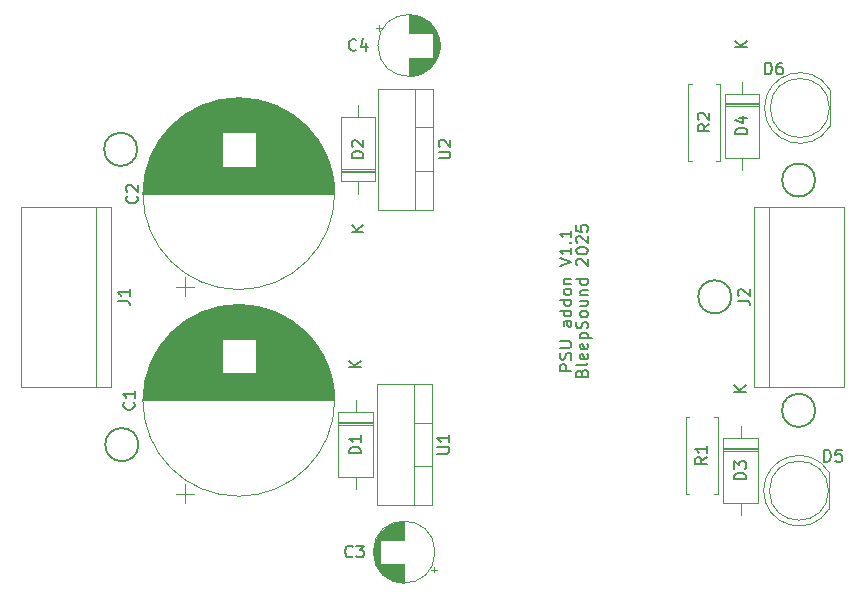
<source format=gto>
G04 #@! TF.GenerationSoftware,KiCad,Pcbnew,8.0.6-8.0.6-0~ubuntu22.04.1*
G04 #@! TF.CreationDate,2025-01-19T18:25:12+00:00*
G04 #@! TF.ProjectId,PSU-addon,5053552d-6164-4646-9f6e-2e6b69636164,rev?*
G04 #@! TF.SameCoordinates,Original*
G04 #@! TF.FileFunction,Legend,Top*
G04 #@! TF.FilePolarity,Positive*
%FSLAX46Y46*%
G04 Gerber Fmt 4.6, Leading zero omitted, Abs format (unit mm)*
G04 Created by KiCad (PCBNEW 8.0.6-8.0.6-0~ubuntu22.04.1) date 2025-01-19 18:25:12*
%MOMM*%
%LPD*%
G01*
G04 APERTURE LIST*
%ADD10C,0.150000*%
%ADD11C,0.120000*%
%ADD12C,2.000000*%
%ADD13R,2.200000X2.200000*%
%ADD14O,2.200000X2.200000*%
%ADD15O,6.700000X4.200000*%
%ADD16C,1.600000*%
%ADD17O,1.600000X1.600000*%
%ADD18R,1.800000X1.800000*%
%ADD19C,1.800000*%
%ADD20R,2.400000X2.400000*%
%ADD21C,2.400000*%
%ADD22R,3.000000X3.000000*%
%ADD23C,3.000000*%
%ADD24R,2.000000X1.905000*%
%ADD25O,2.000000X1.905000*%
%ADD26R,1.600000X1.600000*%
G04 APERTURE END LIST*
D10*
X72769819Y-55963220D02*
X71769819Y-55963220D01*
X71769819Y-55963220D02*
X71769819Y-55582268D01*
X71769819Y-55582268D02*
X71817438Y-55487030D01*
X71817438Y-55487030D02*
X71865057Y-55439411D01*
X71865057Y-55439411D02*
X71960295Y-55391792D01*
X71960295Y-55391792D02*
X72103152Y-55391792D01*
X72103152Y-55391792D02*
X72198390Y-55439411D01*
X72198390Y-55439411D02*
X72246009Y-55487030D01*
X72246009Y-55487030D02*
X72293628Y-55582268D01*
X72293628Y-55582268D02*
X72293628Y-55963220D01*
X72722200Y-55010839D02*
X72769819Y-54867982D01*
X72769819Y-54867982D02*
X72769819Y-54629887D01*
X72769819Y-54629887D02*
X72722200Y-54534649D01*
X72722200Y-54534649D02*
X72674580Y-54487030D01*
X72674580Y-54487030D02*
X72579342Y-54439411D01*
X72579342Y-54439411D02*
X72484104Y-54439411D01*
X72484104Y-54439411D02*
X72388866Y-54487030D01*
X72388866Y-54487030D02*
X72341247Y-54534649D01*
X72341247Y-54534649D02*
X72293628Y-54629887D01*
X72293628Y-54629887D02*
X72246009Y-54820363D01*
X72246009Y-54820363D02*
X72198390Y-54915601D01*
X72198390Y-54915601D02*
X72150771Y-54963220D01*
X72150771Y-54963220D02*
X72055533Y-55010839D01*
X72055533Y-55010839D02*
X71960295Y-55010839D01*
X71960295Y-55010839D02*
X71865057Y-54963220D01*
X71865057Y-54963220D02*
X71817438Y-54915601D01*
X71817438Y-54915601D02*
X71769819Y-54820363D01*
X71769819Y-54820363D02*
X71769819Y-54582268D01*
X71769819Y-54582268D02*
X71817438Y-54439411D01*
X71769819Y-54010839D02*
X72579342Y-54010839D01*
X72579342Y-54010839D02*
X72674580Y-53963220D01*
X72674580Y-53963220D02*
X72722200Y-53915601D01*
X72722200Y-53915601D02*
X72769819Y-53820363D01*
X72769819Y-53820363D02*
X72769819Y-53629887D01*
X72769819Y-53629887D02*
X72722200Y-53534649D01*
X72722200Y-53534649D02*
X72674580Y-53487030D01*
X72674580Y-53487030D02*
X72579342Y-53439411D01*
X72579342Y-53439411D02*
X71769819Y-53439411D01*
X72769819Y-51772744D02*
X72246009Y-51772744D01*
X72246009Y-51772744D02*
X72150771Y-51820363D01*
X72150771Y-51820363D02*
X72103152Y-51915601D01*
X72103152Y-51915601D02*
X72103152Y-52106077D01*
X72103152Y-52106077D02*
X72150771Y-52201315D01*
X72722200Y-51772744D02*
X72769819Y-51867982D01*
X72769819Y-51867982D02*
X72769819Y-52106077D01*
X72769819Y-52106077D02*
X72722200Y-52201315D01*
X72722200Y-52201315D02*
X72626961Y-52248934D01*
X72626961Y-52248934D02*
X72531723Y-52248934D01*
X72531723Y-52248934D02*
X72436485Y-52201315D01*
X72436485Y-52201315D02*
X72388866Y-52106077D01*
X72388866Y-52106077D02*
X72388866Y-51867982D01*
X72388866Y-51867982D02*
X72341247Y-51772744D01*
X72769819Y-50867982D02*
X71769819Y-50867982D01*
X72722200Y-50867982D02*
X72769819Y-50963220D01*
X72769819Y-50963220D02*
X72769819Y-51153696D01*
X72769819Y-51153696D02*
X72722200Y-51248934D01*
X72722200Y-51248934D02*
X72674580Y-51296553D01*
X72674580Y-51296553D02*
X72579342Y-51344172D01*
X72579342Y-51344172D02*
X72293628Y-51344172D01*
X72293628Y-51344172D02*
X72198390Y-51296553D01*
X72198390Y-51296553D02*
X72150771Y-51248934D01*
X72150771Y-51248934D02*
X72103152Y-51153696D01*
X72103152Y-51153696D02*
X72103152Y-50963220D01*
X72103152Y-50963220D02*
X72150771Y-50867982D01*
X72769819Y-49963220D02*
X71769819Y-49963220D01*
X72722200Y-49963220D02*
X72769819Y-50058458D01*
X72769819Y-50058458D02*
X72769819Y-50248934D01*
X72769819Y-50248934D02*
X72722200Y-50344172D01*
X72722200Y-50344172D02*
X72674580Y-50391791D01*
X72674580Y-50391791D02*
X72579342Y-50439410D01*
X72579342Y-50439410D02*
X72293628Y-50439410D01*
X72293628Y-50439410D02*
X72198390Y-50391791D01*
X72198390Y-50391791D02*
X72150771Y-50344172D01*
X72150771Y-50344172D02*
X72103152Y-50248934D01*
X72103152Y-50248934D02*
X72103152Y-50058458D01*
X72103152Y-50058458D02*
X72150771Y-49963220D01*
X72769819Y-49344172D02*
X72722200Y-49439410D01*
X72722200Y-49439410D02*
X72674580Y-49487029D01*
X72674580Y-49487029D02*
X72579342Y-49534648D01*
X72579342Y-49534648D02*
X72293628Y-49534648D01*
X72293628Y-49534648D02*
X72198390Y-49487029D01*
X72198390Y-49487029D02*
X72150771Y-49439410D01*
X72150771Y-49439410D02*
X72103152Y-49344172D01*
X72103152Y-49344172D02*
X72103152Y-49201315D01*
X72103152Y-49201315D02*
X72150771Y-49106077D01*
X72150771Y-49106077D02*
X72198390Y-49058458D01*
X72198390Y-49058458D02*
X72293628Y-49010839D01*
X72293628Y-49010839D02*
X72579342Y-49010839D01*
X72579342Y-49010839D02*
X72674580Y-49058458D01*
X72674580Y-49058458D02*
X72722200Y-49106077D01*
X72722200Y-49106077D02*
X72769819Y-49201315D01*
X72769819Y-49201315D02*
X72769819Y-49344172D01*
X72103152Y-48582267D02*
X72769819Y-48582267D01*
X72198390Y-48582267D02*
X72150771Y-48534648D01*
X72150771Y-48534648D02*
X72103152Y-48439410D01*
X72103152Y-48439410D02*
X72103152Y-48296553D01*
X72103152Y-48296553D02*
X72150771Y-48201315D01*
X72150771Y-48201315D02*
X72246009Y-48153696D01*
X72246009Y-48153696D02*
X72769819Y-48153696D01*
X71769819Y-47058457D02*
X72769819Y-46725124D01*
X72769819Y-46725124D02*
X71769819Y-46391791D01*
X72769819Y-45534648D02*
X72769819Y-46106076D01*
X72769819Y-45820362D02*
X71769819Y-45820362D01*
X71769819Y-45820362D02*
X71912676Y-45915600D01*
X71912676Y-45915600D02*
X72007914Y-46010838D01*
X72007914Y-46010838D02*
X72055533Y-46106076D01*
X72674580Y-45106076D02*
X72722200Y-45058457D01*
X72722200Y-45058457D02*
X72769819Y-45106076D01*
X72769819Y-45106076D02*
X72722200Y-45153695D01*
X72722200Y-45153695D02*
X72674580Y-45106076D01*
X72674580Y-45106076D02*
X72769819Y-45106076D01*
X72769819Y-44106077D02*
X72769819Y-44677505D01*
X72769819Y-44391791D02*
X71769819Y-44391791D01*
X71769819Y-44391791D02*
X71912676Y-44487029D01*
X71912676Y-44487029D02*
X72007914Y-44582267D01*
X72007914Y-44582267D02*
X72055533Y-44677505D01*
X73646009Y-56129887D02*
X73693628Y-55987030D01*
X73693628Y-55987030D02*
X73741247Y-55939411D01*
X73741247Y-55939411D02*
X73836485Y-55891792D01*
X73836485Y-55891792D02*
X73979342Y-55891792D01*
X73979342Y-55891792D02*
X74074580Y-55939411D01*
X74074580Y-55939411D02*
X74122200Y-55987030D01*
X74122200Y-55987030D02*
X74169819Y-56082268D01*
X74169819Y-56082268D02*
X74169819Y-56463220D01*
X74169819Y-56463220D02*
X73169819Y-56463220D01*
X73169819Y-56463220D02*
X73169819Y-56129887D01*
X73169819Y-56129887D02*
X73217438Y-56034649D01*
X73217438Y-56034649D02*
X73265057Y-55987030D01*
X73265057Y-55987030D02*
X73360295Y-55939411D01*
X73360295Y-55939411D02*
X73455533Y-55939411D01*
X73455533Y-55939411D02*
X73550771Y-55987030D01*
X73550771Y-55987030D02*
X73598390Y-56034649D01*
X73598390Y-56034649D02*
X73646009Y-56129887D01*
X73646009Y-56129887D02*
X73646009Y-56463220D01*
X74169819Y-55320363D02*
X74122200Y-55415601D01*
X74122200Y-55415601D02*
X74026961Y-55463220D01*
X74026961Y-55463220D02*
X73169819Y-55463220D01*
X74122200Y-54558458D02*
X74169819Y-54653696D01*
X74169819Y-54653696D02*
X74169819Y-54844172D01*
X74169819Y-54844172D02*
X74122200Y-54939410D01*
X74122200Y-54939410D02*
X74026961Y-54987029D01*
X74026961Y-54987029D02*
X73646009Y-54987029D01*
X73646009Y-54987029D02*
X73550771Y-54939410D01*
X73550771Y-54939410D02*
X73503152Y-54844172D01*
X73503152Y-54844172D02*
X73503152Y-54653696D01*
X73503152Y-54653696D02*
X73550771Y-54558458D01*
X73550771Y-54558458D02*
X73646009Y-54510839D01*
X73646009Y-54510839D02*
X73741247Y-54510839D01*
X73741247Y-54510839D02*
X73836485Y-54987029D01*
X74122200Y-53701315D02*
X74169819Y-53796553D01*
X74169819Y-53796553D02*
X74169819Y-53987029D01*
X74169819Y-53987029D02*
X74122200Y-54082267D01*
X74122200Y-54082267D02*
X74026961Y-54129886D01*
X74026961Y-54129886D02*
X73646009Y-54129886D01*
X73646009Y-54129886D02*
X73550771Y-54082267D01*
X73550771Y-54082267D02*
X73503152Y-53987029D01*
X73503152Y-53987029D02*
X73503152Y-53796553D01*
X73503152Y-53796553D02*
X73550771Y-53701315D01*
X73550771Y-53701315D02*
X73646009Y-53653696D01*
X73646009Y-53653696D02*
X73741247Y-53653696D01*
X73741247Y-53653696D02*
X73836485Y-54129886D01*
X73503152Y-53225124D02*
X74503152Y-53225124D01*
X73550771Y-53225124D02*
X73503152Y-53129886D01*
X73503152Y-53129886D02*
X73503152Y-52939410D01*
X73503152Y-52939410D02*
X73550771Y-52844172D01*
X73550771Y-52844172D02*
X73598390Y-52796553D01*
X73598390Y-52796553D02*
X73693628Y-52748934D01*
X73693628Y-52748934D02*
X73979342Y-52748934D01*
X73979342Y-52748934D02*
X74074580Y-52796553D01*
X74074580Y-52796553D02*
X74122200Y-52844172D01*
X74122200Y-52844172D02*
X74169819Y-52939410D01*
X74169819Y-52939410D02*
X74169819Y-53129886D01*
X74169819Y-53129886D02*
X74122200Y-53225124D01*
X74122200Y-52367981D02*
X74169819Y-52225124D01*
X74169819Y-52225124D02*
X74169819Y-51987029D01*
X74169819Y-51987029D02*
X74122200Y-51891791D01*
X74122200Y-51891791D02*
X74074580Y-51844172D01*
X74074580Y-51844172D02*
X73979342Y-51796553D01*
X73979342Y-51796553D02*
X73884104Y-51796553D01*
X73884104Y-51796553D02*
X73788866Y-51844172D01*
X73788866Y-51844172D02*
X73741247Y-51891791D01*
X73741247Y-51891791D02*
X73693628Y-51987029D01*
X73693628Y-51987029D02*
X73646009Y-52177505D01*
X73646009Y-52177505D02*
X73598390Y-52272743D01*
X73598390Y-52272743D02*
X73550771Y-52320362D01*
X73550771Y-52320362D02*
X73455533Y-52367981D01*
X73455533Y-52367981D02*
X73360295Y-52367981D01*
X73360295Y-52367981D02*
X73265057Y-52320362D01*
X73265057Y-52320362D02*
X73217438Y-52272743D01*
X73217438Y-52272743D02*
X73169819Y-52177505D01*
X73169819Y-52177505D02*
X73169819Y-51939410D01*
X73169819Y-51939410D02*
X73217438Y-51796553D01*
X74169819Y-51225124D02*
X74122200Y-51320362D01*
X74122200Y-51320362D02*
X74074580Y-51367981D01*
X74074580Y-51367981D02*
X73979342Y-51415600D01*
X73979342Y-51415600D02*
X73693628Y-51415600D01*
X73693628Y-51415600D02*
X73598390Y-51367981D01*
X73598390Y-51367981D02*
X73550771Y-51320362D01*
X73550771Y-51320362D02*
X73503152Y-51225124D01*
X73503152Y-51225124D02*
X73503152Y-51082267D01*
X73503152Y-51082267D02*
X73550771Y-50987029D01*
X73550771Y-50987029D02*
X73598390Y-50939410D01*
X73598390Y-50939410D02*
X73693628Y-50891791D01*
X73693628Y-50891791D02*
X73979342Y-50891791D01*
X73979342Y-50891791D02*
X74074580Y-50939410D01*
X74074580Y-50939410D02*
X74122200Y-50987029D01*
X74122200Y-50987029D02*
X74169819Y-51082267D01*
X74169819Y-51082267D02*
X74169819Y-51225124D01*
X73503152Y-50034648D02*
X74169819Y-50034648D01*
X73503152Y-50463219D02*
X74026961Y-50463219D01*
X74026961Y-50463219D02*
X74122200Y-50415600D01*
X74122200Y-50415600D02*
X74169819Y-50320362D01*
X74169819Y-50320362D02*
X74169819Y-50177505D01*
X74169819Y-50177505D02*
X74122200Y-50082267D01*
X74122200Y-50082267D02*
X74074580Y-50034648D01*
X73503152Y-49558457D02*
X74169819Y-49558457D01*
X73598390Y-49558457D02*
X73550771Y-49510838D01*
X73550771Y-49510838D02*
X73503152Y-49415600D01*
X73503152Y-49415600D02*
X73503152Y-49272743D01*
X73503152Y-49272743D02*
X73550771Y-49177505D01*
X73550771Y-49177505D02*
X73646009Y-49129886D01*
X73646009Y-49129886D02*
X74169819Y-49129886D01*
X74169819Y-48225124D02*
X73169819Y-48225124D01*
X74122200Y-48225124D02*
X74169819Y-48320362D01*
X74169819Y-48320362D02*
X74169819Y-48510838D01*
X74169819Y-48510838D02*
X74122200Y-48606076D01*
X74122200Y-48606076D02*
X74074580Y-48653695D01*
X74074580Y-48653695D02*
X73979342Y-48701314D01*
X73979342Y-48701314D02*
X73693628Y-48701314D01*
X73693628Y-48701314D02*
X73598390Y-48653695D01*
X73598390Y-48653695D02*
X73550771Y-48606076D01*
X73550771Y-48606076D02*
X73503152Y-48510838D01*
X73503152Y-48510838D02*
X73503152Y-48320362D01*
X73503152Y-48320362D02*
X73550771Y-48225124D01*
X73265057Y-47034647D02*
X73217438Y-46987028D01*
X73217438Y-46987028D02*
X73169819Y-46891790D01*
X73169819Y-46891790D02*
X73169819Y-46653695D01*
X73169819Y-46653695D02*
X73217438Y-46558457D01*
X73217438Y-46558457D02*
X73265057Y-46510838D01*
X73265057Y-46510838D02*
X73360295Y-46463219D01*
X73360295Y-46463219D02*
X73455533Y-46463219D01*
X73455533Y-46463219D02*
X73598390Y-46510838D01*
X73598390Y-46510838D02*
X74169819Y-47082266D01*
X74169819Y-47082266D02*
X74169819Y-46463219D01*
X73169819Y-45844171D02*
X73169819Y-45748933D01*
X73169819Y-45748933D02*
X73217438Y-45653695D01*
X73217438Y-45653695D02*
X73265057Y-45606076D01*
X73265057Y-45606076D02*
X73360295Y-45558457D01*
X73360295Y-45558457D02*
X73550771Y-45510838D01*
X73550771Y-45510838D02*
X73788866Y-45510838D01*
X73788866Y-45510838D02*
X73979342Y-45558457D01*
X73979342Y-45558457D02*
X74074580Y-45606076D01*
X74074580Y-45606076D02*
X74122200Y-45653695D01*
X74122200Y-45653695D02*
X74169819Y-45748933D01*
X74169819Y-45748933D02*
X74169819Y-45844171D01*
X74169819Y-45844171D02*
X74122200Y-45939409D01*
X74122200Y-45939409D02*
X74074580Y-45987028D01*
X74074580Y-45987028D02*
X73979342Y-46034647D01*
X73979342Y-46034647D02*
X73788866Y-46082266D01*
X73788866Y-46082266D02*
X73550771Y-46082266D01*
X73550771Y-46082266D02*
X73360295Y-46034647D01*
X73360295Y-46034647D02*
X73265057Y-45987028D01*
X73265057Y-45987028D02*
X73217438Y-45939409D01*
X73217438Y-45939409D02*
X73169819Y-45844171D01*
X73265057Y-45129885D02*
X73217438Y-45082266D01*
X73217438Y-45082266D02*
X73169819Y-44987028D01*
X73169819Y-44987028D02*
X73169819Y-44748933D01*
X73169819Y-44748933D02*
X73217438Y-44653695D01*
X73217438Y-44653695D02*
X73265057Y-44606076D01*
X73265057Y-44606076D02*
X73360295Y-44558457D01*
X73360295Y-44558457D02*
X73455533Y-44558457D01*
X73455533Y-44558457D02*
X73598390Y-44606076D01*
X73598390Y-44606076D02*
X74169819Y-45177504D01*
X74169819Y-45177504D02*
X74169819Y-44558457D01*
X73169819Y-43653695D02*
X73169819Y-44129885D01*
X73169819Y-44129885D02*
X73646009Y-44177504D01*
X73646009Y-44177504D02*
X73598390Y-44129885D01*
X73598390Y-44129885D02*
X73550771Y-44034647D01*
X73550771Y-44034647D02*
X73550771Y-43796552D01*
X73550771Y-43796552D02*
X73598390Y-43701314D01*
X73598390Y-43701314D02*
X73646009Y-43653695D01*
X73646009Y-43653695D02*
X73741247Y-43606076D01*
X73741247Y-43606076D02*
X73979342Y-43606076D01*
X73979342Y-43606076D02*
X74074580Y-43653695D01*
X74074580Y-43653695D02*
X74122200Y-43701314D01*
X74122200Y-43701314D02*
X74169819Y-43796552D01*
X74169819Y-43796552D02*
X74169819Y-44034647D01*
X74169819Y-44034647D02*
X74122200Y-44129885D01*
X74122200Y-44129885D02*
X74074580Y-44177504D01*
X87554819Y-65150849D02*
X86554819Y-65150849D01*
X86554819Y-65150849D02*
X86554819Y-64912754D01*
X86554819Y-64912754D02*
X86602438Y-64769897D01*
X86602438Y-64769897D02*
X86697676Y-64674659D01*
X86697676Y-64674659D02*
X86792914Y-64627040D01*
X86792914Y-64627040D02*
X86983390Y-64579421D01*
X86983390Y-64579421D02*
X87126247Y-64579421D01*
X87126247Y-64579421D02*
X87316723Y-64627040D01*
X87316723Y-64627040D02*
X87411961Y-64674659D01*
X87411961Y-64674659D02*
X87507200Y-64769897D01*
X87507200Y-64769897D02*
X87554819Y-64912754D01*
X87554819Y-64912754D02*
X87554819Y-65150849D01*
X86554819Y-64246087D02*
X86554819Y-63627040D01*
X86554819Y-63627040D02*
X86935771Y-63960373D01*
X86935771Y-63960373D02*
X86935771Y-63817516D01*
X86935771Y-63817516D02*
X86983390Y-63722278D01*
X86983390Y-63722278D02*
X87031009Y-63674659D01*
X87031009Y-63674659D02*
X87126247Y-63627040D01*
X87126247Y-63627040D02*
X87364342Y-63627040D01*
X87364342Y-63627040D02*
X87459580Y-63674659D01*
X87459580Y-63674659D02*
X87507200Y-63722278D01*
X87507200Y-63722278D02*
X87554819Y-63817516D01*
X87554819Y-63817516D02*
X87554819Y-64103230D01*
X87554819Y-64103230D02*
X87507200Y-64198468D01*
X87507200Y-64198468D02*
X87459580Y-64246087D01*
X87554819Y-57774659D02*
X86554819Y-57774659D01*
X87554819Y-57203231D02*
X86983390Y-57631802D01*
X86554819Y-57203231D02*
X87126247Y-57774659D01*
X54954819Y-62950849D02*
X53954819Y-62950849D01*
X53954819Y-62950849D02*
X53954819Y-62712754D01*
X53954819Y-62712754D02*
X54002438Y-62569897D01*
X54002438Y-62569897D02*
X54097676Y-62474659D01*
X54097676Y-62474659D02*
X54192914Y-62427040D01*
X54192914Y-62427040D02*
X54383390Y-62379421D01*
X54383390Y-62379421D02*
X54526247Y-62379421D01*
X54526247Y-62379421D02*
X54716723Y-62427040D01*
X54716723Y-62427040D02*
X54811961Y-62474659D01*
X54811961Y-62474659D02*
X54907200Y-62569897D01*
X54907200Y-62569897D02*
X54954819Y-62712754D01*
X54954819Y-62712754D02*
X54954819Y-62950849D01*
X54954819Y-61427040D02*
X54954819Y-61998468D01*
X54954819Y-61712754D02*
X53954819Y-61712754D01*
X53954819Y-61712754D02*
X54097676Y-61807992D01*
X54097676Y-61807992D02*
X54192914Y-61903230D01*
X54192914Y-61903230D02*
X54240533Y-61998468D01*
X54954819Y-55674659D02*
X53954819Y-55674659D01*
X54954819Y-55103231D02*
X54383390Y-55531802D01*
X53954819Y-55103231D02*
X54526247Y-55674659D01*
X84254819Y-63279421D02*
X83778628Y-63612754D01*
X84254819Y-63850849D02*
X83254819Y-63850849D01*
X83254819Y-63850849D02*
X83254819Y-63469897D01*
X83254819Y-63469897D02*
X83302438Y-63374659D01*
X83302438Y-63374659D02*
X83350057Y-63327040D01*
X83350057Y-63327040D02*
X83445295Y-63279421D01*
X83445295Y-63279421D02*
X83588152Y-63279421D01*
X83588152Y-63279421D02*
X83683390Y-63327040D01*
X83683390Y-63327040D02*
X83731009Y-63374659D01*
X83731009Y-63374659D02*
X83778628Y-63469897D01*
X83778628Y-63469897D02*
X83778628Y-63850849D01*
X84254819Y-62327040D02*
X84254819Y-62898468D01*
X84254819Y-62612754D02*
X83254819Y-62612754D01*
X83254819Y-62612754D02*
X83397676Y-62707992D01*
X83397676Y-62707992D02*
X83492914Y-62803230D01*
X83492914Y-62803230D02*
X83540533Y-62898468D01*
X55154819Y-37950849D02*
X54154819Y-37950849D01*
X54154819Y-37950849D02*
X54154819Y-37712754D01*
X54154819Y-37712754D02*
X54202438Y-37569897D01*
X54202438Y-37569897D02*
X54297676Y-37474659D01*
X54297676Y-37474659D02*
X54392914Y-37427040D01*
X54392914Y-37427040D02*
X54583390Y-37379421D01*
X54583390Y-37379421D02*
X54726247Y-37379421D01*
X54726247Y-37379421D02*
X54916723Y-37427040D01*
X54916723Y-37427040D02*
X55011961Y-37474659D01*
X55011961Y-37474659D02*
X55107200Y-37569897D01*
X55107200Y-37569897D02*
X55154819Y-37712754D01*
X55154819Y-37712754D02*
X55154819Y-37950849D01*
X54250057Y-36998468D02*
X54202438Y-36950849D01*
X54202438Y-36950849D02*
X54154819Y-36855611D01*
X54154819Y-36855611D02*
X54154819Y-36617516D01*
X54154819Y-36617516D02*
X54202438Y-36522278D01*
X54202438Y-36522278D02*
X54250057Y-36474659D01*
X54250057Y-36474659D02*
X54345295Y-36427040D01*
X54345295Y-36427040D02*
X54440533Y-36427040D01*
X54440533Y-36427040D02*
X54583390Y-36474659D01*
X54583390Y-36474659D02*
X55154819Y-37046087D01*
X55154819Y-37046087D02*
X55154819Y-36427040D01*
X55154819Y-44174659D02*
X54154819Y-44174659D01*
X55154819Y-43603231D02*
X54583390Y-44031802D01*
X54154819Y-43603231D02*
X54726247Y-44174659D01*
X94161905Y-63654819D02*
X94161905Y-62654819D01*
X94161905Y-62654819D02*
X94400000Y-62654819D01*
X94400000Y-62654819D02*
X94542857Y-62702438D01*
X94542857Y-62702438D02*
X94638095Y-62797676D01*
X94638095Y-62797676D02*
X94685714Y-62892914D01*
X94685714Y-62892914D02*
X94733333Y-63083390D01*
X94733333Y-63083390D02*
X94733333Y-63226247D01*
X94733333Y-63226247D02*
X94685714Y-63416723D01*
X94685714Y-63416723D02*
X94638095Y-63511961D01*
X94638095Y-63511961D02*
X94542857Y-63607200D01*
X94542857Y-63607200D02*
X94400000Y-63654819D01*
X94400000Y-63654819D02*
X94161905Y-63654819D01*
X95638095Y-62654819D02*
X95161905Y-62654819D01*
X95161905Y-62654819D02*
X95114286Y-63131009D01*
X95114286Y-63131009D02*
X95161905Y-63083390D01*
X95161905Y-63083390D02*
X95257143Y-63035771D01*
X95257143Y-63035771D02*
X95495238Y-63035771D01*
X95495238Y-63035771D02*
X95590476Y-63083390D01*
X95590476Y-63083390D02*
X95638095Y-63131009D01*
X95638095Y-63131009D02*
X95685714Y-63226247D01*
X95685714Y-63226247D02*
X95685714Y-63464342D01*
X95685714Y-63464342D02*
X95638095Y-63559580D01*
X95638095Y-63559580D02*
X95590476Y-63607200D01*
X95590476Y-63607200D02*
X95495238Y-63654819D01*
X95495238Y-63654819D02*
X95257143Y-63654819D01*
X95257143Y-63654819D02*
X95161905Y-63607200D01*
X95161905Y-63607200D02*
X95114286Y-63559580D01*
X35709580Y-58629421D02*
X35757200Y-58677040D01*
X35757200Y-58677040D02*
X35804819Y-58819897D01*
X35804819Y-58819897D02*
X35804819Y-58915135D01*
X35804819Y-58915135D02*
X35757200Y-59057992D01*
X35757200Y-59057992D02*
X35661961Y-59153230D01*
X35661961Y-59153230D02*
X35566723Y-59200849D01*
X35566723Y-59200849D02*
X35376247Y-59248468D01*
X35376247Y-59248468D02*
X35233390Y-59248468D01*
X35233390Y-59248468D02*
X35042914Y-59200849D01*
X35042914Y-59200849D02*
X34947676Y-59153230D01*
X34947676Y-59153230D02*
X34852438Y-59057992D01*
X34852438Y-59057992D02*
X34804819Y-58915135D01*
X34804819Y-58915135D02*
X34804819Y-58819897D01*
X34804819Y-58819897D02*
X34852438Y-58677040D01*
X34852438Y-58677040D02*
X34900057Y-58629421D01*
X35804819Y-57677040D02*
X35804819Y-58248468D01*
X35804819Y-57962754D02*
X34804819Y-57962754D01*
X34804819Y-57962754D02*
X34947676Y-58057992D01*
X34947676Y-58057992D02*
X35042914Y-58153230D01*
X35042914Y-58153230D02*
X35090533Y-58248468D01*
X34354819Y-50046088D02*
X35069104Y-50046088D01*
X35069104Y-50046088D02*
X35211961Y-50093707D01*
X35211961Y-50093707D02*
X35307200Y-50188945D01*
X35307200Y-50188945D02*
X35354819Y-50331802D01*
X35354819Y-50331802D02*
X35354819Y-50427040D01*
X35354819Y-49046088D02*
X35354819Y-49617516D01*
X35354819Y-49331802D02*
X34354819Y-49331802D01*
X34354819Y-49331802D02*
X34497676Y-49427040D01*
X34497676Y-49427040D02*
X34592914Y-49522278D01*
X34592914Y-49522278D02*
X34640533Y-49617516D01*
X35959580Y-41179421D02*
X36007200Y-41227040D01*
X36007200Y-41227040D02*
X36054819Y-41369897D01*
X36054819Y-41369897D02*
X36054819Y-41465135D01*
X36054819Y-41465135D02*
X36007200Y-41607992D01*
X36007200Y-41607992D02*
X35911961Y-41703230D01*
X35911961Y-41703230D02*
X35816723Y-41750849D01*
X35816723Y-41750849D02*
X35626247Y-41798468D01*
X35626247Y-41798468D02*
X35483390Y-41798468D01*
X35483390Y-41798468D02*
X35292914Y-41750849D01*
X35292914Y-41750849D02*
X35197676Y-41703230D01*
X35197676Y-41703230D02*
X35102438Y-41607992D01*
X35102438Y-41607992D02*
X35054819Y-41465135D01*
X35054819Y-41465135D02*
X35054819Y-41369897D01*
X35054819Y-41369897D02*
X35102438Y-41227040D01*
X35102438Y-41227040D02*
X35150057Y-41179421D01*
X35150057Y-40798468D02*
X35102438Y-40750849D01*
X35102438Y-40750849D02*
X35054819Y-40655611D01*
X35054819Y-40655611D02*
X35054819Y-40417516D01*
X35054819Y-40417516D02*
X35102438Y-40322278D01*
X35102438Y-40322278D02*
X35150057Y-40274659D01*
X35150057Y-40274659D02*
X35245295Y-40227040D01*
X35245295Y-40227040D02*
X35340533Y-40227040D01*
X35340533Y-40227040D02*
X35483390Y-40274659D01*
X35483390Y-40274659D02*
X36054819Y-40846087D01*
X36054819Y-40846087D02*
X36054819Y-40227040D01*
X86854819Y-50033333D02*
X87569104Y-50033333D01*
X87569104Y-50033333D02*
X87711961Y-50080952D01*
X87711961Y-50080952D02*
X87807200Y-50176190D01*
X87807200Y-50176190D02*
X87854819Y-50319047D01*
X87854819Y-50319047D02*
X87854819Y-50414285D01*
X86950057Y-49604761D02*
X86902438Y-49557142D01*
X86902438Y-49557142D02*
X86854819Y-49461904D01*
X86854819Y-49461904D02*
X86854819Y-49223809D01*
X86854819Y-49223809D02*
X86902438Y-49128571D01*
X86902438Y-49128571D02*
X86950057Y-49080952D01*
X86950057Y-49080952D02*
X87045295Y-49033333D01*
X87045295Y-49033333D02*
X87140533Y-49033333D01*
X87140533Y-49033333D02*
X87283390Y-49080952D01*
X87283390Y-49080952D02*
X87854819Y-49652380D01*
X87854819Y-49652380D02*
X87854819Y-49033333D01*
X84454819Y-35076666D02*
X83978628Y-35409999D01*
X84454819Y-35648094D02*
X83454819Y-35648094D01*
X83454819Y-35648094D02*
X83454819Y-35267142D01*
X83454819Y-35267142D02*
X83502438Y-35171904D01*
X83502438Y-35171904D02*
X83550057Y-35124285D01*
X83550057Y-35124285D02*
X83645295Y-35076666D01*
X83645295Y-35076666D02*
X83788152Y-35076666D01*
X83788152Y-35076666D02*
X83883390Y-35124285D01*
X83883390Y-35124285D02*
X83931009Y-35171904D01*
X83931009Y-35171904D02*
X83978628Y-35267142D01*
X83978628Y-35267142D02*
X83978628Y-35648094D01*
X83550057Y-34695713D02*
X83502438Y-34648094D01*
X83502438Y-34648094D02*
X83454819Y-34552856D01*
X83454819Y-34552856D02*
X83454819Y-34314761D01*
X83454819Y-34314761D02*
X83502438Y-34219523D01*
X83502438Y-34219523D02*
X83550057Y-34171904D01*
X83550057Y-34171904D02*
X83645295Y-34124285D01*
X83645295Y-34124285D02*
X83740533Y-34124285D01*
X83740533Y-34124285D02*
X83883390Y-34171904D01*
X83883390Y-34171904D02*
X84454819Y-34743332D01*
X84454819Y-34743332D02*
X84454819Y-34124285D01*
X89161905Y-30867574D02*
X89161905Y-29867574D01*
X89161905Y-29867574D02*
X89400000Y-29867574D01*
X89400000Y-29867574D02*
X89542857Y-29915193D01*
X89542857Y-29915193D02*
X89638095Y-30010431D01*
X89638095Y-30010431D02*
X89685714Y-30105669D01*
X89685714Y-30105669D02*
X89733333Y-30296145D01*
X89733333Y-30296145D02*
X89733333Y-30439002D01*
X89733333Y-30439002D02*
X89685714Y-30629478D01*
X89685714Y-30629478D02*
X89638095Y-30724716D01*
X89638095Y-30724716D02*
X89542857Y-30819955D01*
X89542857Y-30819955D02*
X89400000Y-30867574D01*
X89400000Y-30867574D02*
X89161905Y-30867574D01*
X90590476Y-29867574D02*
X90400000Y-29867574D01*
X90400000Y-29867574D02*
X90304762Y-29915193D01*
X90304762Y-29915193D02*
X90257143Y-29962812D01*
X90257143Y-29962812D02*
X90161905Y-30105669D01*
X90161905Y-30105669D02*
X90114286Y-30296145D01*
X90114286Y-30296145D02*
X90114286Y-30677097D01*
X90114286Y-30677097D02*
X90161905Y-30772335D01*
X90161905Y-30772335D02*
X90209524Y-30819955D01*
X90209524Y-30819955D02*
X90304762Y-30867574D01*
X90304762Y-30867574D02*
X90495238Y-30867574D01*
X90495238Y-30867574D02*
X90590476Y-30819955D01*
X90590476Y-30819955D02*
X90638095Y-30772335D01*
X90638095Y-30772335D02*
X90685714Y-30677097D01*
X90685714Y-30677097D02*
X90685714Y-30439002D01*
X90685714Y-30439002D02*
X90638095Y-30343764D01*
X90638095Y-30343764D02*
X90590476Y-30296145D01*
X90590476Y-30296145D02*
X90495238Y-30248526D01*
X90495238Y-30248526D02*
X90304762Y-30248526D01*
X90304762Y-30248526D02*
X90209524Y-30296145D01*
X90209524Y-30296145D02*
X90161905Y-30343764D01*
X90161905Y-30343764D02*
X90114286Y-30439002D01*
X61424819Y-62974659D02*
X62234342Y-62974659D01*
X62234342Y-62974659D02*
X62329580Y-62927040D01*
X62329580Y-62927040D02*
X62377200Y-62879421D01*
X62377200Y-62879421D02*
X62424819Y-62784183D01*
X62424819Y-62784183D02*
X62424819Y-62593707D01*
X62424819Y-62593707D02*
X62377200Y-62498469D01*
X62377200Y-62498469D02*
X62329580Y-62450850D01*
X62329580Y-62450850D02*
X62234342Y-62403231D01*
X62234342Y-62403231D02*
X61424819Y-62403231D01*
X62424819Y-61403231D02*
X62424819Y-61974659D01*
X62424819Y-61688945D02*
X61424819Y-61688945D01*
X61424819Y-61688945D02*
X61567676Y-61784183D01*
X61567676Y-61784183D02*
X61662914Y-61879421D01*
X61662914Y-61879421D02*
X61710533Y-61974659D01*
X87654819Y-35950849D02*
X86654819Y-35950849D01*
X86654819Y-35950849D02*
X86654819Y-35712754D01*
X86654819Y-35712754D02*
X86702438Y-35569897D01*
X86702438Y-35569897D02*
X86797676Y-35474659D01*
X86797676Y-35474659D02*
X86892914Y-35427040D01*
X86892914Y-35427040D02*
X87083390Y-35379421D01*
X87083390Y-35379421D02*
X87226247Y-35379421D01*
X87226247Y-35379421D02*
X87416723Y-35427040D01*
X87416723Y-35427040D02*
X87511961Y-35474659D01*
X87511961Y-35474659D02*
X87607200Y-35569897D01*
X87607200Y-35569897D02*
X87654819Y-35712754D01*
X87654819Y-35712754D02*
X87654819Y-35950849D01*
X86988152Y-34522278D02*
X87654819Y-34522278D01*
X86607200Y-34760373D02*
X87321485Y-34998468D01*
X87321485Y-34998468D02*
X87321485Y-34379421D01*
X87654819Y-28574659D02*
X86654819Y-28574659D01*
X87654819Y-28003231D02*
X87083390Y-28431802D01*
X86654819Y-28003231D02*
X87226247Y-28574659D01*
X54533333Y-28772335D02*
X54485714Y-28819955D01*
X54485714Y-28819955D02*
X54342857Y-28867574D01*
X54342857Y-28867574D02*
X54247619Y-28867574D01*
X54247619Y-28867574D02*
X54104762Y-28819955D01*
X54104762Y-28819955D02*
X54009524Y-28724716D01*
X54009524Y-28724716D02*
X53961905Y-28629478D01*
X53961905Y-28629478D02*
X53914286Y-28439002D01*
X53914286Y-28439002D02*
X53914286Y-28296145D01*
X53914286Y-28296145D02*
X53961905Y-28105669D01*
X53961905Y-28105669D02*
X54009524Y-28010431D01*
X54009524Y-28010431D02*
X54104762Y-27915193D01*
X54104762Y-27915193D02*
X54247619Y-27867574D01*
X54247619Y-27867574D02*
X54342857Y-27867574D01*
X54342857Y-27867574D02*
X54485714Y-27915193D01*
X54485714Y-27915193D02*
X54533333Y-27962812D01*
X55390476Y-28200907D02*
X55390476Y-28867574D01*
X55152381Y-27819955D02*
X54914286Y-28534240D01*
X54914286Y-28534240D02*
X55533333Y-28534240D01*
X54233333Y-71672335D02*
X54185714Y-71719955D01*
X54185714Y-71719955D02*
X54042857Y-71767574D01*
X54042857Y-71767574D02*
X53947619Y-71767574D01*
X53947619Y-71767574D02*
X53804762Y-71719955D01*
X53804762Y-71719955D02*
X53709524Y-71624716D01*
X53709524Y-71624716D02*
X53661905Y-71529478D01*
X53661905Y-71529478D02*
X53614286Y-71339002D01*
X53614286Y-71339002D02*
X53614286Y-71196145D01*
X53614286Y-71196145D02*
X53661905Y-71005669D01*
X53661905Y-71005669D02*
X53709524Y-70910431D01*
X53709524Y-70910431D02*
X53804762Y-70815193D01*
X53804762Y-70815193D02*
X53947619Y-70767574D01*
X53947619Y-70767574D02*
X54042857Y-70767574D01*
X54042857Y-70767574D02*
X54185714Y-70815193D01*
X54185714Y-70815193D02*
X54233333Y-70862812D01*
X54566667Y-70767574D02*
X55185714Y-70767574D01*
X55185714Y-70767574D02*
X54852381Y-71148526D01*
X54852381Y-71148526D02*
X54995238Y-71148526D01*
X54995238Y-71148526D02*
X55090476Y-71196145D01*
X55090476Y-71196145D02*
X55138095Y-71243764D01*
X55138095Y-71243764D02*
X55185714Y-71339002D01*
X55185714Y-71339002D02*
X55185714Y-71577097D01*
X55185714Y-71577097D02*
X55138095Y-71672335D01*
X55138095Y-71672335D02*
X55090476Y-71719955D01*
X55090476Y-71719955D02*
X54995238Y-71767574D01*
X54995238Y-71767574D02*
X54709524Y-71767574D01*
X54709524Y-71767574D02*
X54614286Y-71719955D01*
X54614286Y-71719955D02*
X54566667Y-71672335D01*
X61524819Y-37974659D02*
X62334342Y-37974659D01*
X62334342Y-37974659D02*
X62429580Y-37927040D01*
X62429580Y-37927040D02*
X62477200Y-37879421D01*
X62477200Y-37879421D02*
X62524819Y-37784183D01*
X62524819Y-37784183D02*
X62524819Y-37593707D01*
X62524819Y-37593707D02*
X62477200Y-37498469D01*
X62477200Y-37498469D02*
X62429580Y-37450850D01*
X62429580Y-37450850D02*
X62334342Y-37403231D01*
X62334342Y-37403231D02*
X61524819Y-37403231D01*
X61620057Y-36974659D02*
X61572438Y-36927040D01*
X61572438Y-36927040D02*
X61524819Y-36831802D01*
X61524819Y-36831802D02*
X61524819Y-36593707D01*
X61524819Y-36593707D02*
X61572438Y-36498469D01*
X61572438Y-36498469D02*
X61620057Y-36450850D01*
X61620057Y-36450850D02*
X61715295Y-36403231D01*
X61715295Y-36403231D02*
X61810533Y-36403231D01*
X61810533Y-36403231D02*
X61953390Y-36450850D01*
X61953390Y-36450850D02*
X62524819Y-37022278D01*
X62524819Y-37022278D02*
X62524819Y-36403231D01*
X93400000Y-59312755D02*
G75*
G02*
X90600000Y-59312755I-1400000J0D01*
G01*
X90600000Y-59312755D02*
G75*
G02*
X93400000Y-59312755I1400000J0D01*
G01*
D11*
X85630000Y-61692755D02*
X85630000Y-67132755D01*
X85630000Y-67132755D02*
X88570000Y-67132755D01*
X87100000Y-60672755D02*
X87100000Y-61692755D01*
X87100000Y-68152755D02*
X87100000Y-67132755D01*
X88570000Y-61692755D02*
X85630000Y-61692755D01*
X88570000Y-62472755D02*
X85630000Y-62472755D01*
X88570000Y-62592755D02*
X85630000Y-62592755D01*
X88570000Y-62712755D02*
X85630000Y-62712755D01*
X88570000Y-67132755D02*
X88570000Y-61692755D01*
D10*
X36000000Y-37212755D02*
G75*
G02*
X33200000Y-37212755I-1400000J0D01*
G01*
X33200000Y-37212755D02*
G75*
G02*
X36000000Y-37212755I1400000J0D01*
G01*
X93400000Y-39812755D02*
G75*
G02*
X90600000Y-39812755I-1400000J0D01*
G01*
X90600000Y-39812755D02*
G75*
G02*
X93400000Y-39812755I1400000J0D01*
G01*
D11*
X53030000Y-59492755D02*
X53030000Y-64932755D01*
X53030000Y-64932755D02*
X55970000Y-64932755D01*
X54500000Y-58472755D02*
X54500000Y-59492755D01*
X54500000Y-65952755D02*
X54500000Y-64932755D01*
X55970000Y-59492755D02*
X53030000Y-59492755D01*
X55970000Y-60272755D02*
X53030000Y-60272755D01*
X55970000Y-60392755D02*
X53030000Y-60392755D01*
X55970000Y-60512755D02*
X53030000Y-60512755D01*
X55970000Y-64932755D02*
X55970000Y-59492755D01*
X82430000Y-59842755D02*
X82760000Y-59842755D01*
X82430000Y-66382755D02*
X82430000Y-59842755D01*
X82760000Y-66382755D02*
X82430000Y-66382755D01*
X84840000Y-66382755D02*
X85170000Y-66382755D01*
X85170000Y-59842755D02*
X84840000Y-59842755D01*
X85170000Y-66382755D02*
X85170000Y-59842755D01*
X53230000Y-34492755D02*
X53230000Y-39932755D01*
X53230000Y-38912755D02*
X56170000Y-38912755D01*
X53230000Y-39032755D02*
X56170000Y-39032755D01*
X53230000Y-39152755D02*
X56170000Y-39152755D01*
X53230000Y-39932755D02*
X56170000Y-39932755D01*
X54700000Y-33472755D02*
X54700000Y-34492755D01*
X54700000Y-40952755D02*
X54700000Y-39932755D01*
X56170000Y-34492755D02*
X53230000Y-34492755D01*
X56170000Y-39932755D02*
X56170000Y-34492755D01*
X94590000Y-67657755D02*
X94590000Y-64567755D01*
X89040000Y-66112707D02*
G75*
G02*
X94590000Y-64567925I2990000J-48D01*
G01*
X94590000Y-67657585D02*
G75*
G02*
X89040000Y-66112803I-2560000J1544830D01*
G01*
X94530000Y-66112755D02*
G75*
G02*
X89530000Y-66112755I-2500000J0D01*
G01*
X89530000Y-66112755D02*
G75*
G02*
X94530000Y-66112755I2500000J0D01*
G01*
X36519000Y-58462755D02*
X52681000Y-58462755D01*
X36520000Y-58342755D02*
X52680000Y-58342755D01*
X36520000Y-58382755D02*
X52680000Y-58382755D01*
X36520000Y-58422755D02*
X52680000Y-58422755D01*
X36521000Y-58302755D02*
X52679000Y-58302755D01*
X36522000Y-58262755D02*
X52678000Y-58262755D01*
X36523000Y-58222755D02*
X52677000Y-58222755D01*
X36524000Y-58182755D02*
X52676000Y-58182755D01*
X36526000Y-58142755D02*
X52674000Y-58142755D01*
X36527000Y-58102755D02*
X52673000Y-58102755D01*
X36529000Y-58062755D02*
X52671000Y-58062755D01*
X36531000Y-58022755D02*
X52669000Y-58022755D01*
X36534000Y-57982755D02*
X52666000Y-57982755D01*
X36536000Y-57942755D02*
X52664000Y-57942755D01*
X36539000Y-57902755D02*
X52661000Y-57902755D01*
X36542000Y-57862755D02*
X52658000Y-57862755D01*
X36545000Y-57822755D02*
X52655000Y-57822755D01*
X36548000Y-57782755D02*
X52652000Y-57782755D01*
X36551000Y-57741755D02*
X52649000Y-57741755D01*
X36555000Y-57701755D02*
X52645000Y-57701755D01*
X36559000Y-57661755D02*
X52641000Y-57661755D01*
X36563000Y-57621755D02*
X52637000Y-57621755D01*
X36567000Y-57581755D02*
X52633000Y-57581755D01*
X36572000Y-57541755D02*
X52628000Y-57541755D01*
X36576000Y-57501755D02*
X52624000Y-57501755D01*
X36581000Y-57461755D02*
X52619000Y-57461755D01*
X36586000Y-57421755D02*
X52614000Y-57421755D01*
X36592000Y-57381755D02*
X52608000Y-57381755D01*
X36597000Y-57341755D02*
X52603000Y-57341755D01*
X36603000Y-57301755D02*
X52597000Y-57301755D01*
X36609000Y-57261755D02*
X52591000Y-57261755D01*
X36615000Y-57221755D02*
X52585000Y-57221755D01*
X36621000Y-57181755D02*
X52579000Y-57181755D01*
X36628000Y-57141755D02*
X52572000Y-57141755D01*
X36634000Y-57101755D02*
X52566000Y-57101755D01*
X36641000Y-57061755D02*
X52559000Y-57061755D01*
X36648000Y-57021755D02*
X52552000Y-57021755D01*
X36656000Y-56981755D02*
X52544000Y-56981755D01*
X36663000Y-56941755D02*
X52537000Y-56941755D01*
X36671000Y-56901755D02*
X52529000Y-56901755D01*
X36679000Y-56861755D02*
X52521000Y-56861755D01*
X36687000Y-56821755D02*
X52513000Y-56821755D01*
X36695000Y-56781755D02*
X52505000Y-56781755D01*
X36704000Y-56741755D02*
X52496000Y-56741755D01*
X36713000Y-56701755D02*
X52487000Y-56701755D01*
X36722000Y-56661755D02*
X52478000Y-56661755D01*
X36731000Y-56621755D02*
X52469000Y-56621755D01*
X36740000Y-56581755D02*
X52460000Y-56581755D01*
X36750000Y-56541755D02*
X52450000Y-56541755D01*
X36760000Y-56501755D02*
X52440000Y-56501755D01*
X36770000Y-56461755D02*
X52430000Y-56461755D01*
X36780000Y-56421755D02*
X52420000Y-56421755D01*
X36790000Y-56381755D02*
X52410000Y-56381755D01*
X36801000Y-56341755D02*
X52399000Y-56341755D01*
X36812000Y-56301755D02*
X52388000Y-56301755D01*
X36823000Y-56261755D02*
X52377000Y-56261755D01*
X36835000Y-56221755D02*
X52365000Y-56221755D01*
X36846000Y-56181755D02*
X52354000Y-56181755D01*
X36858000Y-56141755D02*
X43160000Y-56141755D01*
X36870000Y-56101755D02*
X43160000Y-56101755D01*
X36882000Y-56061755D02*
X43160000Y-56061755D01*
X36895000Y-56021755D02*
X43160000Y-56021755D01*
X36907000Y-55981755D02*
X43160000Y-55981755D01*
X36920000Y-55941755D02*
X43160000Y-55941755D01*
X36934000Y-55901755D02*
X43160000Y-55901755D01*
X36947000Y-55861755D02*
X43160000Y-55861755D01*
X36961000Y-55821755D02*
X43160000Y-55821755D01*
X36975000Y-55781755D02*
X43160000Y-55781755D01*
X36989000Y-55741755D02*
X43160000Y-55741755D01*
X37003000Y-55701755D02*
X43160000Y-55701755D01*
X37018000Y-55661755D02*
X43160000Y-55661755D01*
X37032000Y-55621755D02*
X43160000Y-55621755D01*
X37047000Y-55581755D02*
X43160000Y-55581755D01*
X37063000Y-55541755D02*
X43160000Y-55541755D01*
X37078000Y-55501755D02*
X43160000Y-55501755D01*
X37094000Y-55461755D02*
X43160000Y-55461755D01*
X37110000Y-55421755D02*
X43160000Y-55421755D01*
X37126000Y-55381755D02*
X43160000Y-55381755D01*
X37143000Y-55341755D02*
X43160000Y-55341755D01*
X37160000Y-55301755D02*
X43160000Y-55301755D01*
X37177000Y-55261755D02*
X43160000Y-55261755D01*
X37194000Y-55221755D02*
X43160000Y-55221755D01*
X37211000Y-55181755D02*
X43160000Y-55181755D01*
X37229000Y-55141755D02*
X43160000Y-55141755D01*
X37247000Y-55101755D02*
X43160000Y-55101755D01*
X37266000Y-55061755D02*
X43160000Y-55061755D01*
X37284000Y-55021755D02*
X43160000Y-55021755D01*
X37303000Y-54981755D02*
X43160000Y-54981755D01*
X37322000Y-54941755D02*
X43160000Y-54941755D01*
X37342000Y-54901755D02*
X43160000Y-54901755D01*
X37361000Y-54861755D02*
X43160000Y-54861755D01*
X37381000Y-54821755D02*
X43160000Y-54821755D01*
X37401000Y-54781755D02*
X43160000Y-54781755D01*
X37422000Y-54741755D02*
X43160000Y-54741755D01*
X37443000Y-54701755D02*
X43160000Y-54701755D01*
X37464000Y-54661755D02*
X43160000Y-54661755D01*
X37485000Y-54621755D02*
X43160000Y-54621755D01*
X37506000Y-54581755D02*
X43160000Y-54581755D01*
X37528000Y-54541755D02*
X43160000Y-54541755D01*
X37551000Y-54501755D02*
X43160000Y-54501755D01*
X37573000Y-54461755D02*
X43160000Y-54461755D01*
X37596000Y-54421755D02*
X43160000Y-54421755D01*
X37619000Y-54381755D02*
X43160000Y-54381755D01*
X37642000Y-54341755D02*
X43160000Y-54341755D01*
X37666000Y-54301755D02*
X43160000Y-54301755D01*
X37690000Y-54261755D02*
X43160000Y-54261755D01*
X37714000Y-54221755D02*
X43160000Y-54221755D01*
X37739000Y-54181755D02*
X43160000Y-54181755D01*
X37764000Y-54141755D02*
X43160000Y-54141755D01*
X37789000Y-54101755D02*
X43160000Y-54101755D01*
X37815000Y-54061755D02*
X43160000Y-54061755D01*
X37841000Y-54021755D02*
X43160000Y-54021755D01*
X37867000Y-53981755D02*
X43160000Y-53981755D01*
X37894000Y-53941755D02*
X43160000Y-53941755D01*
X37921000Y-53901755D02*
X43160000Y-53901755D01*
X37948000Y-53861755D02*
X43160000Y-53861755D01*
X37976000Y-53821755D02*
X43160000Y-53821755D01*
X38004000Y-53781755D02*
X43160000Y-53781755D01*
X38032000Y-53741755D02*
X43160000Y-53741755D01*
X38061000Y-53701755D02*
X43160000Y-53701755D01*
X38090000Y-53661755D02*
X43160000Y-53661755D01*
X38120000Y-53621755D02*
X43160000Y-53621755D01*
X38150000Y-53581755D02*
X43160000Y-53581755D01*
X38180000Y-53541755D02*
X43160000Y-53541755D01*
X38210000Y-53501755D02*
X43160000Y-53501755D01*
X38242000Y-53461755D02*
X43160000Y-53461755D01*
X38273000Y-53421755D02*
X43160000Y-53421755D01*
X38305000Y-53381755D02*
X43160000Y-53381755D01*
X38337000Y-53341755D02*
X43160000Y-53341755D01*
X38370000Y-53301755D02*
X43160000Y-53301755D01*
X38403000Y-53261755D02*
X50797000Y-53261755D01*
X38437000Y-53221755D02*
X50763000Y-53221755D01*
X38471000Y-53181755D02*
X50729000Y-53181755D01*
X38505000Y-53141755D02*
X50695000Y-53141755D01*
X38540000Y-53101755D02*
X50660000Y-53101755D01*
X38575000Y-53061755D02*
X50625000Y-53061755D01*
X38611000Y-53021755D02*
X50589000Y-53021755D01*
X38648000Y-52981755D02*
X50552000Y-52981755D01*
X38684000Y-52941755D02*
X50516000Y-52941755D01*
X38722000Y-52901755D02*
X50478000Y-52901755D01*
X38760000Y-52861755D02*
X50440000Y-52861755D01*
X38798000Y-52821755D02*
X50402000Y-52821755D01*
X38837000Y-52781755D02*
X50363000Y-52781755D01*
X38876000Y-52741755D02*
X50324000Y-52741755D01*
X38916000Y-52701755D02*
X50284000Y-52701755D01*
X38957000Y-52661755D02*
X50243000Y-52661755D01*
X38998000Y-52621755D02*
X50202000Y-52621755D01*
X39040000Y-52581755D02*
X50160000Y-52581755D01*
X39082000Y-52541755D02*
X50118000Y-52541755D01*
X39125000Y-52501755D02*
X50075000Y-52501755D01*
X39168000Y-52461755D02*
X50032000Y-52461755D01*
X39212000Y-52421755D02*
X49988000Y-52421755D01*
X39245000Y-66352246D02*
X40845000Y-66352246D01*
X39257000Y-52381755D02*
X49943000Y-52381755D01*
X39303000Y-52341755D02*
X49897000Y-52341755D01*
X39349000Y-52301755D02*
X49851000Y-52301755D01*
X39396000Y-52261755D02*
X49804000Y-52261755D01*
X39444000Y-52221755D02*
X49756000Y-52221755D01*
X39492000Y-52181755D02*
X49708000Y-52181755D01*
X39541000Y-52141755D02*
X49659000Y-52141755D01*
X39591000Y-52101755D02*
X49609000Y-52101755D01*
X39642000Y-52061755D02*
X49558000Y-52061755D01*
X39694000Y-52021755D02*
X49506000Y-52021755D01*
X39746000Y-51981755D02*
X49454000Y-51981755D01*
X39800000Y-51941755D02*
X49400000Y-51941755D01*
X39854000Y-51901755D02*
X49346000Y-51901755D01*
X39909000Y-51861755D02*
X49291000Y-51861755D01*
X39966000Y-51821755D02*
X49234000Y-51821755D01*
X40023000Y-51781755D02*
X49177000Y-51781755D01*
X40045000Y-67152246D02*
X40045000Y-65552246D01*
X40081000Y-51741755D02*
X49119000Y-51741755D01*
X40141000Y-51701755D02*
X49059000Y-51701755D01*
X40202000Y-51661755D02*
X48998000Y-51661755D01*
X40264000Y-51621755D02*
X48936000Y-51621755D01*
X40327000Y-51581755D02*
X48873000Y-51581755D01*
X40391000Y-51541755D02*
X48809000Y-51541755D01*
X40457000Y-51501755D02*
X48743000Y-51501755D01*
X40524000Y-51461755D02*
X48676000Y-51461755D01*
X40593000Y-51421755D02*
X48607000Y-51421755D01*
X40664000Y-51381755D02*
X48536000Y-51381755D01*
X40736000Y-51341755D02*
X48464000Y-51341755D01*
X40810000Y-51301755D02*
X48390000Y-51301755D01*
X40885000Y-51261755D02*
X48315000Y-51261755D01*
X40963000Y-51221755D02*
X48237000Y-51221755D01*
X41043000Y-51181755D02*
X48157000Y-51181755D01*
X41125000Y-51141755D02*
X48075000Y-51141755D01*
X41210000Y-51101755D02*
X47990000Y-51101755D01*
X41297000Y-51061755D02*
X47903000Y-51061755D01*
X41387000Y-51021755D02*
X47813000Y-51021755D01*
X41480000Y-50981755D02*
X47720000Y-50981755D01*
X41576000Y-50941755D02*
X47624000Y-50941755D01*
X41676000Y-50901755D02*
X47524000Y-50901755D01*
X41780000Y-50861755D02*
X47420000Y-50861755D01*
X41889000Y-50821755D02*
X47311000Y-50821755D01*
X42003000Y-50781755D02*
X47197000Y-50781755D01*
X42122000Y-50741755D02*
X47078000Y-50741755D01*
X42249000Y-50701755D02*
X46951000Y-50701755D01*
X42382000Y-50661755D02*
X46818000Y-50661755D01*
X42526000Y-50621755D02*
X46674000Y-50621755D01*
X42680000Y-50581755D02*
X46520000Y-50581755D01*
X42848000Y-50541755D02*
X46352000Y-50541755D01*
X43036000Y-50501755D02*
X46164000Y-50501755D01*
X43249000Y-50461755D02*
X45951000Y-50461755D01*
X43502000Y-50421755D02*
X45698000Y-50421755D01*
X43835000Y-50381755D02*
X45365000Y-50381755D01*
X46040000Y-53301755D02*
X50830000Y-53301755D01*
X46040000Y-53341755D02*
X50863000Y-53341755D01*
X46040000Y-53381755D02*
X50895000Y-53381755D01*
X46040000Y-53421755D02*
X50927000Y-53421755D01*
X46040000Y-53461755D02*
X50958000Y-53461755D01*
X46040000Y-53501755D02*
X50990000Y-53501755D01*
X46040000Y-53541755D02*
X51020000Y-53541755D01*
X46040000Y-53581755D02*
X51050000Y-53581755D01*
X46040000Y-53621755D02*
X51080000Y-53621755D01*
X46040000Y-53661755D02*
X51110000Y-53661755D01*
X46040000Y-53701755D02*
X51139000Y-53701755D01*
X46040000Y-53741755D02*
X51168000Y-53741755D01*
X46040000Y-53781755D02*
X51196000Y-53781755D01*
X46040000Y-53821755D02*
X51224000Y-53821755D01*
X46040000Y-53861755D02*
X51252000Y-53861755D01*
X46040000Y-53901755D02*
X51279000Y-53901755D01*
X46040000Y-53941755D02*
X51306000Y-53941755D01*
X46040000Y-53981755D02*
X51333000Y-53981755D01*
X46040000Y-54021755D02*
X51359000Y-54021755D01*
X46040000Y-54061755D02*
X51385000Y-54061755D01*
X46040000Y-54101755D02*
X51411000Y-54101755D01*
X46040000Y-54141755D02*
X51436000Y-54141755D01*
X46040000Y-54181755D02*
X51461000Y-54181755D01*
X46040000Y-54221755D02*
X51486000Y-54221755D01*
X46040000Y-54261755D02*
X51510000Y-54261755D01*
X46040000Y-54301755D02*
X51534000Y-54301755D01*
X46040000Y-54341755D02*
X51558000Y-54341755D01*
X46040000Y-54381755D02*
X51581000Y-54381755D01*
X46040000Y-54421755D02*
X51604000Y-54421755D01*
X46040000Y-54461755D02*
X51627000Y-54461755D01*
X46040000Y-54501755D02*
X51649000Y-54501755D01*
X46040000Y-54541755D02*
X51672000Y-54541755D01*
X46040000Y-54581755D02*
X51694000Y-54581755D01*
X46040000Y-54621755D02*
X51715000Y-54621755D01*
X46040000Y-54661755D02*
X51736000Y-54661755D01*
X46040000Y-54701755D02*
X51757000Y-54701755D01*
X46040000Y-54741755D02*
X51778000Y-54741755D01*
X46040000Y-54781755D02*
X51799000Y-54781755D01*
X46040000Y-54821755D02*
X51819000Y-54821755D01*
X46040000Y-54861755D02*
X51839000Y-54861755D01*
X46040000Y-54901755D02*
X51858000Y-54901755D01*
X46040000Y-54941755D02*
X51878000Y-54941755D01*
X46040000Y-54981755D02*
X51897000Y-54981755D01*
X46040000Y-55021755D02*
X51916000Y-55021755D01*
X46040000Y-55061755D02*
X51934000Y-55061755D01*
X46040000Y-55101755D02*
X51953000Y-55101755D01*
X46040000Y-55141755D02*
X51971000Y-55141755D01*
X46040000Y-55181755D02*
X51989000Y-55181755D01*
X46040000Y-55221755D02*
X52006000Y-55221755D01*
X46040000Y-55261755D02*
X52023000Y-55261755D01*
X46040000Y-55301755D02*
X52040000Y-55301755D01*
X46040000Y-55341755D02*
X52057000Y-55341755D01*
X46040000Y-55381755D02*
X52074000Y-55381755D01*
X46040000Y-55421755D02*
X52090000Y-55421755D01*
X46040000Y-55461755D02*
X52106000Y-55461755D01*
X46040000Y-55501755D02*
X52122000Y-55501755D01*
X46040000Y-55541755D02*
X52137000Y-55541755D01*
X46040000Y-55581755D02*
X52153000Y-55581755D01*
X46040000Y-55621755D02*
X52168000Y-55621755D01*
X46040000Y-55661755D02*
X52182000Y-55661755D01*
X46040000Y-55701755D02*
X52197000Y-55701755D01*
X46040000Y-55741755D02*
X52211000Y-55741755D01*
X46040000Y-55781755D02*
X52225000Y-55781755D01*
X46040000Y-55821755D02*
X52239000Y-55821755D01*
X46040000Y-55861755D02*
X52253000Y-55861755D01*
X46040000Y-55901755D02*
X52266000Y-55901755D01*
X46040000Y-55941755D02*
X52280000Y-55941755D01*
X46040000Y-55981755D02*
X52293000Y-55981755D01*
X46040000Y-56021755D02*
X52305000Y-56021755D01*
X46040000Y-56061755D02*
X52318000Y-56061755D01*
X46040000Y-56101755D02*
X52330000Y-56101755D01*
X46040000Y-56141755D02*
X52342000Y-56141755D01*
X52720000Y-58462755D02*
G75*
G02*
X36480000Y-58462755I-8120000J0D01*
G01*
X36480000Y-58462755D02*
G75*
G02*
X52720000Y-58462755I8120000J0D01*
G01*
X26190000Y-57332755D02*
X26190000Y-42092755D01*
X32540000Y-57332755D02*
X32540000Y-42092755D01*
X33810000Y-42092755D02*
X26190000Y-42092755D01*
X33810000Y-57332755D02*
X26190000Y-57332755D01*
X33810000Y-57332755D02*
X33810000Y-42092755D01*
D10*
X36100000Y-62212755D02*
G75*
G02*
X33300000Y-62212755I-1400000J0D01*
G01*
X33300000Y-62212755D02*
G75*
G02*
X36100000Y-62212755I1400000J0D01*
G01*
D11*
X36519000Y-40962755D02*
X52681000Y-40962755D01*
X36520000Y-40842755D02*
X52680000Y-40842755D01*
X36520000Y-40882755D02*
X52680000Y-40882755D01*
X36520000Y-40922755D02*
X52680000Y-40922755D01*
X36521000Y-40802755D02*
X52679000Y-40802755D01*
X36522000Y-40762755D02*
X52678000Y-40762755D01*
X36523000Y-40722755D02*
X52677000Y-40722755D01*
X36524000Y-40682755D02*
X52676000Y-40682755D01*
X36526000Y-40642755D02*
X52674000Y-40642755D01*
X36527000Y-40602755D02*
X52673000Y-40602755D01*
X36529000Y-40562755D02*
X52671000Y-40562755D01*
X36531000Y-40522755D02*
X52669000Y-40522755D01*
X36534000Y-40482755D02*
X52666000Y-40482755D01*
X36536000Y-40442755D02*
X52664000Y-40442755D01*
X36539000Y-40402755D02*
X52661000Y-40402755D01*
X36542000Y-40362755D02*
X52658000Y-40362755D01*
X36545000Y-40322755D02*
X52655000Y-40322755D01*
X36548000Y-40282755D02*
X52652000Y-40282755D01*
X36551000Y-40241755D02*
X52649000Y-40241755D01*
X36555000Y-40201755D02*
X52645000Y-40201755D01*
X36559000Y-40161755D02*
X52641000Y-40161755D01*
X36563000Y-40121755D02*
X52637000Y-40121755D01*
X36567000Y-40081755D02*
X52633000Y-40081755D01*
X36572000Y-40041755D02*
X52628000Y-40041755D01*
X36576000Y-40001755D02*
X52624000Y-40001755D01*
X36581000Y-39961755D02*
X52619000Y-39961755D01*
X36586000Y-39921755D02*
X52614000Y-39921755D01*
X36592000Y-39881755D02*
X52608000Y-39881755D01*
X36597000Y-39841755D02*
X52603000Y-39841755D01*
X36603000Y-39801755D02*
X52597000Y-39801755D01*
X36609000Y-39761755D02*
X52591000Y-39761755D01*
X36615000Y-39721755D02*
X52585000Y-39721755D01*
X36621000Y-39681755D02*
X52579000Y-39681755D01*
X36628000Y-39641755D02*
X52572000Y-39641755D01*
X36634000Y-39601755D02*
X52566000Y-39601755D01*
X36641000Y-39561755D02*
X52559000Y-39561755D01*
X36648000Y-39521755D02*
X52552000Y-39521755D01*
X36656000Y-39481755D02*
X52544000Y-39481755D01*
X36663000Y-39441755D02*
X52537000Y-39441755D01*
X36671000Y-39401755D02*
X52529000Y-39401755D01*
X36679000Y-39361755D02*
X52521000Y-39361755D01*
X36687000Y-39321755D02*
X52513000Y-39321755D01*
X36695000Y-39281755D02*
X52505000Y-39281755D01*
X36704000Y-39241755D02*
X52496000Y-39241755D01*
X36713000Y-39201755D02*
X52487000Y-39201755D01*
X36722000Y-39161755D02*
X52478000Y-39161755D01*
X36731000Y-39121755D02*
X52469000Y-39121755D01*
X36740000Y-39081755D02*
X52460000Y-39081755D01*
X36750000Y-39041755D02*
X52450000Y-39041755D01*
X36760000Y-39001755D02*
X52440000Y-39001755D01*
X36770000Y-38961755D02*
X52430000Y-38961755D01*
X36780000Y-38921755D02*
X52420000Y-38921755D01*
X36790000Y-38881755D02*
X52410000Y-38881755D01*
X36801000Y-38841755D02*
X52399000Y-38841755D01*
X36812000Y-38801755D02*
X52388000Y-38801755D01*
X36823000Y-38761755D02*
X52377000Y-38761755D01*
X36835000Y-38721755D02*
X52365000Y-38721755D01*
X36846000Y-38681755D02*
X52354000Y-38681755D01*
X36858000Y-38641755D02*
X43160000Y-38641755D01*
X36870000Y-38601755D02*
X43160000Y-38601755D01*
X36882000Y-38561755D02*
X43160000Y-38561755D01*
X36895000Y-38521755D02*
X43160000Y-38521755D01*
X36907000Y-38481755D02*
X43160000Y-38481755D01*
X36920000Y-38441755D02*
X43160000Y-38441755D01*
X36934000Y-38401755D02*
X43160000Y-38401755D01*
X36947000Y-38361755D02*
X43160000Y-38361755D01*
X36961000Y-38321755D02*
X43160000Y-38321755D01*
X36975000Y-38281755D02*
X43160000Y-38281755D01*
X36989000Y-38241755D02*
X43160000Y-38241755D01*
X37003000Y-38201755D02*
X43160000Y-38201755D01*
X37018000Y-38161755D02*
X43160000Y-38161755D01*
X37032000Y-38121755D02*
X43160000Y-38121755D01*
X37047000Y-38081755D02*
X43160000Y-38081755D01*
X37063000Y-38041755D02*
X43160000Y-38041755D01*
X37078000Y-38001755D02*
X43160000Y-38001755D01*
X37094000Y-37961755D02*
X43160000Y-37961755D01*
X37110000Y-37921755D02*
X43160000Y-37921755D01*
X37126000Y-37881755D02*
X43160000Y-37881755D01*
X37143000Y-37841755D02*
X43160000Y-37841755D01*
X37160000Y-37801755D02*
X43160000Y-37801755D01*
X37177000Y-37761755D02*
X43160000Y-37761755D01*
X37194000Y-37721755D02*
X43160000Y-37721755D01*
X37211000Y-37681755D02*
X43160000Y-37681755D01*
X37229000Y-37641755D02*
X43160000Y-37641755D01*
X37247000Y-37601755D02*
X43160000Y-37601755D01*
X37266000Y-37561755D02*
X43160000Y-37561755D01*
X37284000Y-37521755D02*
X43160000Y-37521755D01*
X37303000Y-37481755D02*
X43160000Y-37481755D01*
X37322000Y-37441755D02*
X43160000Y-37441755D01*
X37342000Y-37401755D02*
X43160000Y-37401755D01*
X37361000Y-37361755D02*
X43160000Y-37361755D01*
X37381000Y-37321755D02*
X43160000Y-37321755D01*
X37401000Y-37281755D02*
X43160000Y-37281755D01*
X37422000Y-37241755D02*
X43160000Y-37241755D01*
X37443000Y-37201755D02*
X43160000Y-37201755D01*
X37464000Y-37161755D02*
X43160000Y-37161755D01*
X37485000Y-37121755D02*
X43160000Y-37121755D01*
X37506000Y-37081755D02*
X43160000Y-37081755D01*
X37528000Y-37041755D02*
X43160000Y-37041755D01*
X37551000Y-37001755D02*
X43160000Y-37001755D01*
X37573000Y-36961755D02*
X43160000Y-36961755D01*
X37596000Y-36921755D02*
X43160000Y-36921755D01*
X37619000Y-36881755D02*
X43160000Y-36881755D01*
X37642000Y-36841755D02*
X43160000Y-36841755D01*
X37666000Y-36801755D02*
X43160000Y-36801755D01*
X37690000Y-36761755D02*
X43160000Y-36761755D01*
X37714000Y-36721755D02*
X43160000Y-36721755D01*
X37739000Y-36681755D02*
X43160000Y-36681755D01*
X37764000Y-36641755D02*
X43160000Y-36641755D01*
X37789000Y-36601755D02*
X43160000Y-36601755D01*
X37815000Y-36561755D02*
X43160000Y-36561755D01*
X37841000Y-36521755D02*
X43160000Y-36521755D01*
X37867000Y-36481755D02*
X43160000Y-36481755D01*
X37894000Y-36441755D02*
X43160000Y-36441755D01*
X37921000Y-36401755D02*
X43160000Y-36401755D01*
X37948000Y-36361755D02*
X43160000Y-36361755D01*
X37976000Y-36321755D02*
X43160000Y-36321755D01*
X38004000Y-36281755D02*
X43160000Y-36281755D01*
X38032000Y-36241755D02*
X43160000Y-36241755D01*
X38061000Y-36201755D02*
X43160000Y-36201755D01*
X38090000Y-36161755D02*
X43160000Y-36161755D01*
X38120000Y-36121755D02*
X43160000Y-36121755D01*
X38150000Y-36081755D02*
X43160000Y-36081755D01*
X38180000Y-36041755D02*
X43160000Y-36041755D01*
X38210000Y-36001755D02*
X43160000Y-36001755D01*
X38242000Y-35961755D02*
X43160000Y-35961755D01*
X38273000Y-35921755D02*
X43160000Y-35921755D01*
X38305000Y-35881755D02*
X43160000Y-35881755D01*
X38337000Y-35841755D02*
X43160000Y-35841755D01*
X38370000Y-35801755D02*
X43160000Y-35801755D01*
X38403000Y-35761755D02*
X50797000Y-35761755D01*
X38437000Y-35721755D02*
X50763000Y-35721755D01*
X38471000Y-35681755D02*
X50729000Y-35681755D01*
X38505000Y-35641755D02*
X50695000Y-35641755D01*
X38540000Y-35601755D02*
X50660000Y-35601755D01*
X38575000Y-35561755D02*
X50625000Y-35561755D01*
X38611000Y-35521755D02*
X50589000Y-35521755D01*
X38648000Y-35481755D02*
X50552000Y-35481755D01*
X38684000Y-35441755D02*
X50516000Y-35441755D01*
X38722000Y-35401755D02*
X50478000Y-35401755D01*
X38760000Y-35361755D02*
X50440000Y-35361755D01*
X38798000Y-35321755D02*
X50402000Y-35321755D01*
X38837000Y-35281755D02*
X50363000Y-35281755D01*
X38876000Y-35241755D02*
X50324000Y-35241755D01*
X38916000Y-35201755D02*
X50284000Y-35201755D01*
X38957000Y-35161755D02*
X50243000Y-35161755D01*
X38998000Y-35121755D02*
X50202000Y-35121755D01*
X39040000Y-35081755D02*
X50160000Y-35081755D01*
X39082000Y-35041755D02*
X50118000Y-35041755D01*
X39125000Y-35001755D02*
X50075000Y-35001755D01*
X39168000Y-34961755D02*
X50032000Y-34961755D01*
X39212000Y-34921755D02*
X49988000Y-34921755D01*
X39245000Y-48852246D02*
X40845000Y-48852246D01*
X39257000Y-34881755D02*
X49943000Y-34881755D01*
X39303000Y-34841755D02*
X49897000Y-34841755D01*
X39349000Y-34801755D02*
X49851000Y-34801755D01*
X39396000Y-34761755D02*
X49804000Y-34761755D01*
X39444000Y-34721755D02*
X49756000Y-34721755D01*
X39492000Y-34681755D02*
X49708000Y-34681755D01*
X39541000Y-34641755D02*
X49659000Y-34641755D01*
X39591000Y-34601755D02*
X49609000Y-34601755D01*
X39642000Y-34561755D02*
X49558000Y-34561755D01*
X39694000Y-34521755D02*
X49506000Y-34521755D01*
X39746000Y-34481755D02*
X49454000Y-34481755D01*
X39800000Y-34441755D02*
X49400000Y-34441755D01*
X39854000Y-34401755D02*
X49346000Y-34401755D01*
X39909000Y-34361755D02*
X49291000Y-34361755D01*
X39966000Y-34321755D02*
X49234000Y-34321755D01*
X40023000Y-34281755D02*
X49177000Y-34281755D01*
X40045000Y-49652246D02*
X40045000Y-48052246D01*
X40081000Y-34241755D02*
X49119000Y-34241755D01*
X40141000Y-34201755D02*
X49059000Y-34201755D01*
X40202000Y-34161755D02*
X48998000Y-34161755D01*
X40264000Y-34121755D02*
X48936000Y-34121755D01*
X40327000Y-34081755D02*
X48873000Y-34081755D01*
X40391000Y-34041755D02*
X48809000Y-34041755D01*
X40457000Y-34001755D02*
X48743000Y-34001755D01*
X40524000Y-33961755D02*
X48676000Y-33961755D01*
X40593000Y-33921755D02*
X48607000Y-33921755D01*
X40664000Y-33881755D02*
X48536000Y-33881755D01*
X40736000Y-33841755D02*
X48464000Y-33841755D01*
X40810000Y-33801755D02*
X48390000Y-33801755D01*
X40885000Y-33761755D02*
X48315000Y-33761755D01*
X40963000Y-33721755D02*
X48237000Y-33721755D01*
X41043000Y-33681755D02*
X48157000Y-33681755D01*
X41125000Y-33641755D02*
X48075000Y-33641755D01*
X41210000Y-33601755D02*
X47990000Y-33601755D01*
X41297000Y-33561755D02*
X47903000Y-33561755D01*
X41387000Y-33521755D02*
X47813000Y-33521755D01*
X41480000Y-33481755D02*
X47720000Y-33481755D01*
X41576000Y-33441755D02*
X47624000Y-33441755D01*
X41676000Y-33401755D02*
X47524000Y-33401755D01*
X41780000Y-33361755D02*
X47420000Y-33361755D01*
X41889000Y-33321755D02*
X47311000Y-33321755D01*
X42003000Y-33281755D02*
X47197000Y-33281755D01*
X42122000Y-33241755D02*
X47078000Y-33241755D01*
X42249000Y-33201755D02*
X46951000Y-33201755D01*
X42382000Y-33161755D02*
X46818000Y-33161755D01*
X42526000Y-33121755D02*
X46674000Y-33121755D01*
X42680000Y-33081755D02*
X46520000Y-33081755D01*
X42848000Y-33041755D02*
X46352000Y-33041755D01*
X43036000Y-33001755D02*
X46164000Y-33001755D01*
X43249000Y-32961755D02*
X45951000Y-32961755D01*
X43502000Y-32921755D02*
X45698000Y-32921755D01*
X43835000Y-32881755D02*
X45365000Y-32881755D01*
X46040000Y-35801755D02*
X50830000Y-35801755D01*
X46040000Y-35841755D02*
X50863000Y-35841755D01*
X46040000Y-35881755D02*
X50895000Y-35881755D01*
X46040000Y-35921755D02*
X50927000Y-35921755D01*
X46040000Y-35961755D02*
X50958000Y-35961755D01*
X46040000Y-36001755D02*
X50990000Y-36001755D01*
X46040000Y-36041755D02*
X51020000Y-36041755D01*
X46040000Y-36081755D02*
X51050000Y-36081755D01*
X46040000Y-36121755D02*
X51080000Y-36121755D01*
X46040000Y-36161755D02*
X51110000Y-36161755D01*
X46040000Y-36201755D02*
X51139000Y-36201755D01*
X46040000Y-36241755D02*
X51168000Y-36241755D01*
X46040000Y-36281755D02*
X51196000Y-36281755D01*
X46040000Y-36321755D02*
X51224000Y-36321755D01*
X46040000Y-36361755D02*
X51252000Y-36361755D01*
X46040000Y-36401755D02*
X51279000Y-36401755D01*
X46040000Y-36441755D02*
X51306000Y-36441755D01*
X46040000Y-36481755D02*
X51333000Y-36481755D01*
X46040000Y-36521755D02*
X51359000Y-36521755D01*
X46040000Y-36561755D02*
X51385000Y-36561755D01*
X46040000Y-36601755D02*
X51411000Y-36601755D01*
X46040000Y-36641755D02*
X51436000Y-36641755D01*
X46040000Y-36681755D02*
X51461000Y-36681755D01*
X46040000Y-36721755D02*
X51486000Y-36721755D01*
X46040000Y-36761755D02*
X51510000Y-36761755D01*
X46040000Y-36801755D02*
X51534000Y-36801755D01*
X46040000Y-36841755D02*
X51558000Y-36841755D01*
X46040000Y-36881755D02*
X51581000Y-36881755D01*
X46040000Y-36921755D02*
X51604000Y-36921755D01*
X46040000Y-36961755D02*
X51627000Y-36961755D01*
X46040000Y-37001755D02*
X51649000Y-37001755D01*
X46040000Y-37041755D02*
X51672000Y-37041755D01*
X46040000Y-37081755D02*
X51694000Y-37081755D01*
X46040000Y-37121755D02*
X51715000Y-37121755D01*
X46040000Y-37161755D02*
X51736000Y-37161755D01*
X46040000Y-37201755D02*
X51757000Y-37201755D01*
X46040000Y-37241755D02*
X51778000Y-37241755D01*
X46040000Y-37281755D02*
X51799000Y-37281755D01*
X46040000Y-37321755D02*
X51819000Y-37321755D01*
X46040000Y-37361755D02*
X51839000Y-37361755D01*
X46040000Y-37401755D02*
X51858000Y-37401755D01*
X46040000Y-37441755D02*
X51878000Y-37441755D01*
X46040000Y-37481755D02*
X51897000Y-37481755D01*
X46040000Y-37521755D02*
X51916000Y-37521755D01*
X46040000Y-37561755D02*
X51934000Y-37561755D01*
X46040000Y-37601755D02*
X51953000Y-37601755D01*
X46040000Y-37641755D02*
X51971000Y-37641755D01*
X46040000Y-37681755D02*
X51989000Y-37681755D01*
X46040000Y-37721755D02*
X52006000Y-37721755D01*
X46040000Y-37761755D02*
X52023000Y-37761755D01*
X46040000Y-37801755D02*
X52040000Y-37801755D01*
X46040000Y-37841755D02*
X52057000Y-37841755D01*
X46040000Y-37881755D02*
X52074000Y-37881755D01*
X46040000Y-37921755D02*
X52090000Y-37921755D01*
X46040000Y-37961755D02*
X52106000Y-37961755D01*
X46040000Y-38001755D02*
X52122000Y-38001755D01*
X46040000Y-38041755D02*
X52137000Y-38041755D01*
X46040000Y-38081755D02*
X52153000Y-38081755D01*
X46040000Y-38121755D02*
X52168000Y-38121755D01*
X46040000Y-38161755D02*
X52182000Y-38161755D01*
X46040000Y-38201755D02*
X52197000Y-38201755D01*
X46040000Y-38241755D02*
X52211000Y-38241755D01*
X46040000Y-38281755D02*
X52225000Y-38281755D01*
X46040000Y-38321755D02*
X52239000Y-38321755D01*
X46040000Y-38361755D02*
X52253000Y-38361755D01*
X46040000Y-38401755D02*
X52266000Y-38401755D01*
X46040000Y-38441755D02*
X52280000Y-38441755D01*
X46040000Y-38481755D02*
X52293000Y-38481755D01*
X46040000Y-38521755D02*
X52305000Y-38521755D01*
X46040000Y-38561755D02*
X52318000Y-38561755D01*
X46040000Y-38601755D02*
X52330000Y-38601755D01*
X46040000Y-38641755D02*
X52342000Y-38641755D01*
X52720000Y-40962755D02*
G75*
G02*
X36480000Y-40962755I-8120000J0D01*
G01*
X36480000Y-40962755D02*
G75*
G02*
X52720000Y-40962755I8120000J0D01*
G01*
X88190000Y-42092755D02*
X88190000Y-57332755D01*
X88190000Y-42092755D02*
X95810000Y-42092755D01*
X88190000Y-57332755D02*
X95810000Y-57332755D01*
X89460000Y-42092755D02*
X89460000Y-57332755D01*
X95810000Y-42092755D02*
X95810000Y-57332755D01*
X82630000Y-31640000D02*
X82960000Y-31640000D01*
X82630000Y-38180000D02*
X82630000Y-31640000D01*
X82960000Y-38180000D02*
X82630000Y-38180000D01*
X85040000Y-38180000D02*
X85370000Y-38180000D01*
X85370000Y-31640000D02*
X85040000Y-31640000D01*
X85370000Y-38180000D02*
X85370000Y-31640000D01*
X94665000Y-35257755D02*
X94665000Y-32167755D01*
X89115000Y-33712707D02*
G75*
G02*
X94665000Y-32167925I2990000J-48D01*
G01*
X94665000Y-35257585D02*
G75*
G02*
X89115000Y-33712803I-2560000J1544830D01*
G01*
X94605000Y-33712755D02*
G75*
G02*
X89605000Y-33712755I-2500000J0D01*
G01*
X89605000Y-33712755D02*
G75*
G02*
X94605000Y-33712755I2500000J0D01*
G01*
X56329000Y-57092755D02*
X56329000Y-67332755D01*
X59460000Y-57092755D02*
X59460000Y-67332755D01*
X60970000Y-57092755D02*
X56329000Y-57092755D01*
X60970000Y-57092755D02*
X60970000Y-67332755D01*
X60970000Y-60362755D02*
X59460000Y-60362755D01*
X60970000Y-64063755D02*
X59460000Y-64063755D01*
X60970000Y-67332755D02*
X56329000Y-67332755D01*
X85730000Y-32492755D02*
X85730000Y-37932755D01*
X85730000Y-37932755D02*
X88670000Y-37932755D01*
X87200000Y-31472755D02*
X87200000Y-32492755D01*
X87200000Y-38952755D02*
X87200000Y-37932755D01*
X88670000Y-32492755D02*
X85730000Y-32492755D01*
X88670000Y-33272755D02*
X85730000Y-33272755D01*
X88670000Y-33392755D02*
X85730000Y-33392755D01*
X88670000Y-33512755D02*
X85730000Y-33512755D01*
X88670000Y-37932755D02*
X88670000Y-32492755D01*
X56195225Y-26937755D02*
X56695225Y-26937755D01*
X56445225Y-26687755D02*
X56445225Y-27187755D01*
X59000000Y-25832755D02*
X59000000Y-27372755D01*
X59000000Y-29452755D02*
X59000000Y-30992755D01*
X59040000Y-25832755D02*
X59040000Y-27372755D01*
X59040000Y-29452755D02*
X59040000Y-30992755D01*
X59080000Y-25833755D02*
X59080000Y-27372755D01*
X59080000Y-29452755D02*
X59080000Y-30991755D01*
X59120000Y-25834755D02*
X59120000Y-27372755D01*
X59120000Y-29452755D02*
X59120000Y-30990755D01*
X59160000Y-25836755D02*
X59160000Y-27372755D01*
X59160000Y-29452755D02*
X59160000Y-30988755D01*
X59200000Y-25839755D02*
X59200000Y-27372755D01*
X59200000Y-29452755D02*
X59200000Y-30985755D01*
X59240000Y-25843755D02*
X59240000Y-27372755D01*
X59240000Y-29452755D02*
X59240000Y-30981755D01*
X59280000Y-25847755D02*
X59280000Y-27372755D01*
X59280000Y-29452755D02*
X59280000Y-30977755D01*
X59320000Y-25851755D02*
X59320000Y-27372755D01*
X59320000Y-29452755D02*
X59320000Y-30973755D01*
X59360000Y-25856755D02*
X59360000Y-27372755D01*
X59360000Y-29452755D02*
X59360000Y-30968755D01*
X59400000Y-25862755D02*
X59400000Y-27372755D01*
X59400000Y-29452755D02*
X59400000Y-30962755D01*
X59440000Y-25869755D02*
X59440000Y-27372755D01*
X59440000Y-29452755D02*
X59440000Y-30955755D01*
X59480000Y-25876755D02*
X59480000Y-27372755D01*
X59480000Y-29452755D02*
X59480000Y-30948755D01*
X59520000Y-25884755D02*
X59520000Y-27372755D01*
X59520000Y-29452755D02*
X59520000Y-30940755D01*
X59560000Y-25892755D02*
X59560000Y-27372755D01*
X59560000Y-29452755D02*
X59560000Y-30932755D01*
X59600000Y-25901755D02*
X59600000Y-27372755D01*
X59600000Y-29452755D02*
X59600000Y-30923755D01*
X59640000Y-25911755D02*
X59640000Y-27372755D01*
X59640000Y-29452755D02*
X59640000Y-30913755D01*
X59680000Y-25921755D02*
X59680000Y-27372755D01*
X59680000Y-29452755D02*
X59680000Y-30903755D01*
X59721000Y-25932755D02*
X59721000Y-27372755D01*
X59721000Y-29452755D02*
X59721000Y-30892755D01*
X59761000Y-25944755D02*
X59761000Y-27372755D01*
X59761000Y-29452755D02*
X59761000Y-30880755D01*
X59801000Y-25957755D02*
X59801000Y-27372755D01*
X59801000Y-29452755D02*
X59801000Y-30867755D01*
X59841000Y-25970755D02*
X59841000Y-27372755D01*
X59841000Y-29452755D02*
X59841000Y-30854755D01*
X59881000Y-25984755D02*
X59881000Y-27372755D01*
X59881000Y-29452755D02*
X59881000Y-30840755D01*
X59921000Y-25998755D02*
X59921000Y-27372755D01*
X59921000Y-29452755D02*
X59921000Y-30826755D01*
X59961000Y-26014755D02*
X59961000Y-27372755D01*
X59961000Y-29452755D02*
X59961000Y-30810755D01*
X60001000Y-26030755D02*
X60001000Y-27372755D01*
X60001000Y-29452755D02*
X60001000Y-30794755D01*
X60041000Y-26047755D02*
X60041000Y-27372755D01*
X60041000Y-29452755D02*
X60041000Y-30777755D01*
X60081000Y-26064755D02*
X60081000Y-27372755D01*
X60081000Y-29452755D02*
X60081000Y-30760755D01*
X60121000Y-26083755D02*
X60121000Y-27372755D01*
X60121000Y-29452755D02*
X60121000Y-30741755D01*
X60161000Y-26102755D02*
X60161000Y-27372755D01*
X60161000Y-29452755D02*
X60161000Y-30722755D01*
X60201000Y-26122755D02*
X60201000Y-27372755D01*
X60201000Y-29452755D02*
X60201000Y-30702755D01*
X60241000Y-26144755D02*
X60241000Y-27372755D01*
X60241000Y-29452755D02*
X60241000Y-30680755D01*
X60281000Y-26165755D02*
X60281000Y-27372755D01*
X60281000Y-29452755D02*
X60281000Y-30659755D01*
X60321000Y-26188755D02*
X60321000Y-27372755D01*
X60321000Y-29452755D02*
X60321000Y-30636755D01*
X60361000Y-26212755D02*
X60361000Y-27372755D01*
X60361000Y-29452755D02*
X60361000Y-30612755D01*
X60401000Y-26237755D02*
X60401000Y-27372755D01*
X60401000Y-29452755D02*
X60401000Y-30587755D01*
X60441000Y-26263755D02*
X60441000Y-27372755D01*
X60441000Y-29452755D02*
X60441000Y-30561755D01*
X60481000Y-26290755D02*
X60481000Y-27372755D01*
X60481000Y-29452755D02*
X60481000Y-30534755D01*
X60521000Y-26317755D02*
X60521000Y-27372755D01*
X60521000Y-29452755D02*
X60521000Y-30507755D01*
X60561000Y-26347755D02*
X60561000Y-27372755D01*
X60561000Y-29452755D02*
X60561000Y-30477755D01*
X60601000Y-26377755D02*
X60601000Y-27372755D01*
X60601000Y-29452755D02*
X60601000Y-30447755D01*
X60641000Y-26408755D02*
X60641000Y-27372755D01*
X60641000Y-29452755D02*
X60641000Y-30416755D01*
X60681000Y-26441755D02*
X60681000Y-27372755D01*
X60681000Y-29452755D02*
X60681000Y-30383755D01*
X60721000Y-26475755D02*
X60721000Y-27372755D01*
X60721000Y-29452755D02*
X60721000Y-30349755D01*
X60761000Y-26511755D02*
X60761000Y-27372755D01*
X60761000Y-29452755D02*
X60761000Y-30313755D01*
X60801000Y-26548755D02*
X60801000Y-27372755D01*
X60801000Y-29452755D02*
X60801000Y-30276755D01*
X60841000Y-26586755D02*
X60841000Y-27372755D01*
X60841000Y-29452755D02*
X60841000Y-30238755D01*
X60881000Y-26627755D02*
X60881000Y-27372755D01*
X60881000Y-29452755D02*
X60881000Y-30197755D01*
X60921000Y-26669755D02*
X60921000Y-27372755D01*
X60921000Y-29452755D02*
X60921000Y-30155755D01*
X60961000Y-26713755D02*
X60961000Y-27372755D01*
X60961000Y-29452755D02*
X60961000Y-30111755D01*
X61001000Y-26759755D02*
X61001000Y-27372755D01*
X61001000Y-29452755D02*
X61001000Y-30065755D01*
X61041000Y-26807755D02*
X61041000Y-30017755D01*
X61081000Y-26858755D02*
X61081000Y-29966755D01*
X61121000Y-26912755D02*
X61121000Y-29912755D01*
X61161000Y-26969755D02*
X61161000Y-29855755D01*
X61201000Y-27029755D02*
X61201000Y-29795755D01*
X61241000Y-27093755D02*
X61241000Y-29731755D01*
X61281000Y-27161755D02*
X61281000Y-29663755D01*
X61321000Y-27234755D02*
X61321000Y-29590755D01*
X61361000Y-27314755D02*
X61361000Y-29510755D01*
X61401000Y-27401755D02*
X61401000Y-29423755D01*
X61441000Y-27497755D02*
X61441000Y-29327755D01*
X61481000Y-27607755D02*
X61481000Y-29217755D01*
X61521000Y-27735755D02*
X61521000Y-29089755D01*
X61561000Y-27894755D02*
X61561000Y-28930755D01*
X61601000Y-28128755D02*
X61601000Y-28696755D01*
X61620000Y-28412755D02*
G75*
G02*
X56380000Y-28412755I-2620000J0D01*
G01*
X56380000Y-28412755D02*
G75*
G02*
X61620000Y-28412755I2620000J0D01*
G01*
X55999000Y-71596755D02*
X55999000Y-71028755D01*
X56039000Y-71830755D02*
X56039000Y-70794755D01*
X56079000Y-71989755D02*
X56079000Y-70635755D01*
X56119000Y-72117755D02*
X56119000Y-70507755D01*
X56159000Y-72227755D02*
X56159000Y-70397755D01*
X56199000Y-72323755D02*
X56199000Y-70301755D01*
X56239000Y-72410755D02*
X56239000Y-70214755D01*
X56279000Y-72490755D02*
X56279000Y-70134755D01*
X56319000Y-72563755D02*
X56319000Y-70061755D01*
X56359000Y-72631755D02*
X56359000Y-69993755D01*
X56399000Y-72695755D02*
X56399000Y-69929755D01*
X56439000Y-72755755D02*
X56439000Y-69869755D01*
X56479000Y-72812755D02*
X56479000Y-69812755D01*
X56519000Y-72866755D02*
X56519000Y-69758755D01*
X56559000Y-72917755D02*
X56559000Y-69707755D01*
X56599000Y-70272755D02*
X56599000Y-69659755D01*
X56599000Y-72965755D02*
X56599000Y-72352755D01*
X56639000Y-70272755D02*
X56639000Y-69613755D01*
X56639000Y-73011755D02*
X56639000Y-72352755D01*
X56679000Y-70272755D02*
X56679000Y-69569755D01*
X56679000Y-73055755D02*
X56679000Y-72352755D01*
X56719000Y-70272755D02*
X56719000Y-69527755D01*
X56719000Y-73097755D02*
X56719000Y-72352755D01*
X56759000Y-70272755D02*
X56759000Y-69486755D01*
X56759000Y-73138755D02*
X56759000Y-72352755D01*
X56799000Y-70272755D02*
X56799000Y-69448755D01*
X56799000Y-73176755D02*
X56799000Y-72352755D01*
X56839000Y-70272755D02*
X56839000Y-69411755D01*
X56839000Y-73213755D02*
X56839000Y-72352755D01*
X56879000Y-70272755D02*
X56879000Y-69375755D01*
X56879000Y-73249755D02*
X56879000Y-72352755D01*
X56919000Y-70272755D02*
X56919000Y-69341755D01*
X56919000Y-73283755D02*
X56919000Y-72352755D01*
X56959000Y-70272755D02*
X56959000Y-69308755D01*
X56959000Y-73316755D02*
X56959000Y-72352755D01*
X56999000Y-70272755D02*
X56999000Y-69277755D01*
X56999000Y-73347755D02*
X56999000Y-72352755D01*
X57039000Y-70272755D02*
X57039000Y-69247755D01*
X57039000Y-73377755D02*
X57039000Y-72352755D01*
X57079000Y-70272755D02*
X57079000Y-69217755D01*
X57079000Y-73407755D02*
X57079000Y-72352755D01*
X57119000Y-70272755D02*
X57119000Y-69190755D01*
X57119000Y-73434755D02*
X57119000Y-72352755D01*
X57159000Y-70272755D02*
X57159000Y-69163755D01*
X57159000Y-73461755D02*
X57159000Y-72352755D01*
X57199000Y-70272755D02*
X57199000Y-69137755D01*
X57199000Y-73487755D02*
X57199000Y-72352755D01*
X57239000Y-70272755D02*
X57239000Y-69112755D01*
X57239000Y-73512755D02*
X57239000Y-72352755D01*
X57279000Y-70272755D02*
X57279000Y-69088755D01*
X57279000Y-73536755D02*
X57279000Y-72352755D01*
X57319000Y-70272755D02*
X57319000Y-69065755D01*
X57319000Y-73559755D02*
X57319000Y-72352755D01*
X57359000Y-70272755D02*
X57359000Y-69044755D01*
X57359000Y-73580755D02*
X57359000Y-72352755D01*
X57399000Y-70272755D02*
X57399000Y-69022755D01*
X57399000Y-73602755D02*
X57399000Y-72352755D01*
X57439000Y-70272755D02*
X57439000Y-69002755D01*
X57439000Y-73622755D02*
X57439000Y-72352755D01*
X57479000Y-70272755D02*
X57479000Y-68983755D01*
X57479000Y-73641755D02*
X57479000Y-72352755D01*
X57519000Y-70272755D02*
X57519000Y-68964755D01*
X57519000Y-73660755D02*
X57519000Y-72352755D01*
X57559000Y-70272755D02*
X57559000Y-68947755D01*
X57559000Y-73677755D02*
X57559000Y-72352755D01*
X57599000Y-70272755D02*
X57599000Y-68930755D01*
X57599000Y-73694755D02*
X57599000Y-72352755D01*
X57639000Y-70272755D02*
X57639000Y-68914755D01*
X57639000Y-73710755D02*
X57639000Y-72352755D01*
X57679000Y-70272755D02*
X57679000Y-68898755D01*
X57679000Y-73726755D02*
X57679000Y-72352755D01*
X57719000Y-70272755D02*
X57719000Y-68884755D01*
X57719000Y-73740755D02*
X57719000Y-72352755D01*
X57759000Y-70272755D02*
X57759000Y-68870755D01*
X57759000Y-73754755D02*
X57759000Y-72352755D01*
X57799000Y-70272755D02*
X57799000Y-68857755D01*
X57799000Y-73767755D02*
X57799000Y-72352755D01*
X57839000Y-70272755D02*
X57839000Y-68844755D01*
X57839000Y-73780755D02*
X57839000Y-72352755D01*
X57879000Y-70272755D02*
X57879000Y-68832755D01*
X57879000Y-73792755D02*
X57879000Y-72352755D01*
X57920000Y-70272755D02*
X57920000Y-68821755D01*
X57920000Y-73803755D02*
X57920000Y-72352755D01*
X57960000Y-70272755D02*
X57960000Y-68811755D01*
X57960000Y-73813755D02*
X57960000Y-72352755D01*
X58000000Y-70272755D02*
X58000000Y-68801755D01*
X58000000Y-73823755D02*
X58000000Y-72352755D01*
X58040000Y-70272755D02*
X58040000Y-68792755D01*
X58040000Y-73832755D02*
X58040000Y-72352755D01*
X58080000Y-70272755D02*
X58080000Y-68784755D01*
X58080000Y-73840755D02*
X58080000Y-72352755D01*
X58120000Y-70272755D02*
X58120000Y-68776755D01*
X58120000Y-73848755D02*
X58120000Y-72352755D01*
X58160000Y-70272755D02*
X58160000Y-68769755D01*
X58160000Y-73855755D02*
X58160000Y-72352755D01*
X58200000Y-70272755D02*
X58200000Y-68762755D01*
X58200000Y-73862755D02*
X58200000Y-72352755D01*
X58240000Y-70272755D02*
X58240000Y-68756755D01*
X58240000Y-73868755D02*
X58240000Y-72352755D01*
X58280000Y-70272755D02*
X58280000Y-68751755D01*
X58280000Y-73873755D02*
X58280000Y-72352755D01*
X58320000Y-70272755D02*
X58320000Y-68747755D01*
X58320000Y-73877755D02*
X58320000Y-72352755D01*
X58360000Y-70272755D02*
X58360000Y-68743755D01*
X58360000Y-73881755D02*
X58360000Y-72352755D01*
X58400000Y-70272755D02*
X58400000Y-68739755D01*
X58400000Y-73885755D02*
X58400000Y-72352755D01*
X58440000Y-70272755D02*
X58440000Y-68736755D01*
X58440000Y-73888755D02*
X58440000Y-72352755D01*
X58480000Y-70272755D02*
X58480000Y-68734755D01*
X58480000Y-73890755D02*
X58480000Y-72352755D01*
X58520000Y-70272755D02*
X58520000Y-68733755D01*
X58520000Y-73891755D02*
X58520000Y-72352755D01*
X58560000Y-70272755D02*
X58560000Y-68732755D01*
X58560000Y-73892755D02*
X58560000Y-72352755D01*
X58600000Y-70272755D02*
X58600000Y-68732755D01*
X58600000Y-73892755D02*
X58600000Y-72352755D01*
X61154775Y-73037755D02*
X61154775Y-72537755D01*
X61404775Y-72787755D02*
X60904775Y-72787755D01*
X61220000Y-71312755D02*
G75*
G02*
X55980000Y-71312755I-2620000J0D01*
G01*
X55980000Y-71312755D02*
G75*
G02*
X61220000Y-71312755I2620000J0D01*
G01*
D10*
X86300000Y-49700000D02*
G75*
G02*
X83500000Y-49700000I-1400000J0D01*
G01*
X83500000Y-49700000D02*
G75*
G02*
X86300000Y-49700000I1400000J0D01*
G01*
D11*
X56429000Y-32092755D02*
X56429000Y-42332755D01*
X59560000Y-32092755D02*
X59560000Y-42332755D01*
X61070000Y-32092755D02*
X56429000Y-32092755D01*
X61070000Y-32092755D02*
X61070000Y-42332755D01*
X61070000Y-35362755D02*
X59560000Y-35362755D01*
X61070000Y-39063755D02*
X59560000Y-39063755D01*
X61070000Y-42332755D02*
X56429000Y-42332755D01*
%LPC*%
D12*
X92000000Y-59312755D03*
D13*
X87100000Y-59332755D03*
D14*
X87100000Y-69492755D03*
D12*
X34600000Y-37212755D03*
X92000000Y-39812755D03*
D15*
X30000000Y-27700000D03*
D13*
X54500000Y-57132755D03*
D14*
X54500000Y-67292755D03*
D15*
X76000000Y-27700000D03*
D16*
X83800000Y-66922755D03*
D17*
X83800000Y-59302755D03*
D13*
X54700000Y-42292755D03*
D14*
X54700000Y-32132755D03*
D18*
X93300000Y-66112755D03*
D19*
X90760000Y-66112755D03*
D20*
X44600000Y-62212755D03*
D21*
X44600000Y-54712755D03*
D15*
X30000000Y-71700000D03*
D22*
X30000000Y-54792755D03*
D23*
X30000000Y-49712755D03*
X30000000Y-44632755D03*
D12*
X34700000Y-62212755D03*
D20*
X44600000Y-44712755D03*
D21*
X44600000Y-37212755D03*
D22*
X92000000Y-44632755D03*
D23*
X92000000Y-49712755D03*
X92000000Y-54792755D03*
D16*
X84000000Y-38720000D03*
D17*
X84000000Y-31100000D03*
D15*
X76000000Y-71700000D03*
D18*
X93375000Y-33712755D03*
D19*
X90835000Y-33712755D03*
D24*
X57700000Y-59672755D03*
D25*
X57700000Y-62212755D03*
X57700000Y-64752755D03*
D13*
X87200000Y-30132755D03*
D14*
X87200000Y-40292755D03*
D26*
X58000000Y-28412755D03*
D16*
X60000000Y-28412755D03*
D26*
X59600000Y-71312755D03*
D16*
X57600000Y-71312755D03*
D12*
X84900000Y-49700000D03*
D24*
X57800000Y-34672755D03*
D25*
X57800000Y-37212755D03*
X57800000Y-39752755D03*
%LPD*%
M02*

</source>
